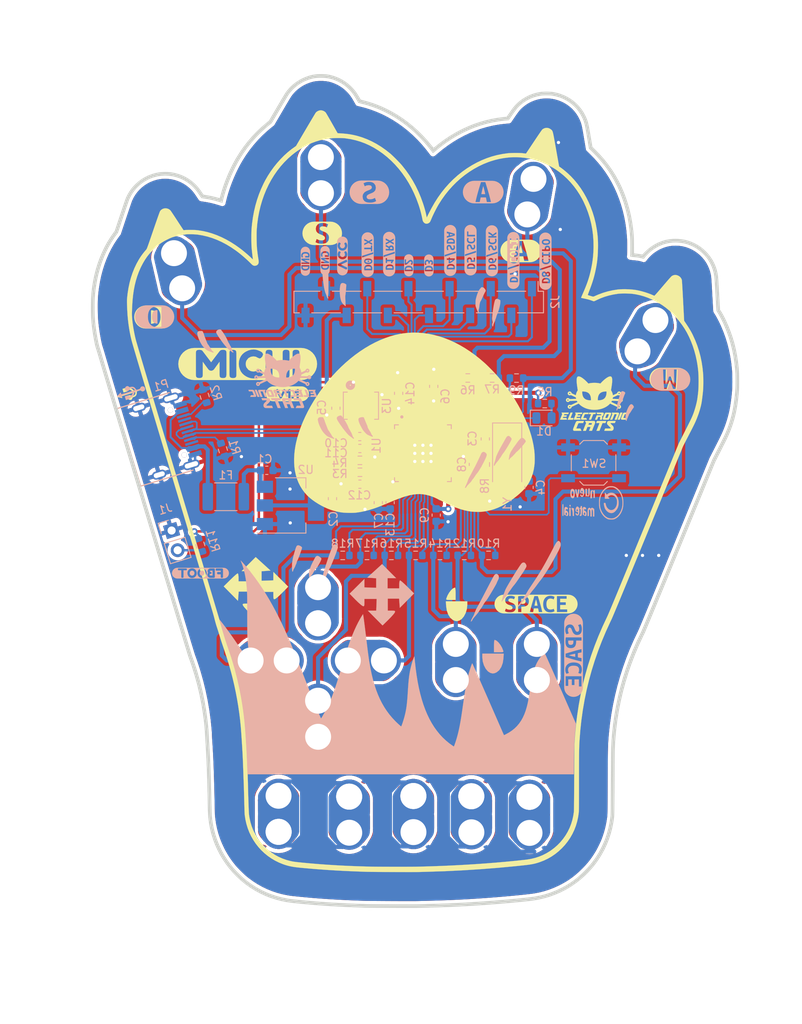
<source format=kicad_pcb>
(kicad_pcb (version 20221018) (generator pcbnew)
  (layers (0 "F.Cu" signal) (31 "B.Cu" signal) (34 "B.Paste" user) (35 "F.Paste" user) (36 "B.SilkS" user "B.Silkscreen") (37 "F.SilkS" user "F.Silkscreen") (38 "B.Mask" user) (39 "F.Mask" user) (44 "Edge.Cuts" user))
  (net 0 "")
  (net 1 "VBUS")
  (net 2 "GND")
  (net 3 "+3V3")
  (net 4 "/XIN")
  (net 5 "Net-(C4-Pad2)")
  (net 6 "+1V1")
  (net 7 "Net-(D1-Pad2)")
  (net 8 "Net-(J1-Pad2)")
  (net 9 "/IO25")
  (net 10 "/IO26")
  (net 11 "/IO27")
  (net 12 "/IO28")
  (net 13 "/IO29")
  (net 14 "Net-(P1-PadA5)")
  (net 15 "/D-")
  (net 16 "/D+")
  (net 17 "Net-(P1-PadB5)")
  (net 18 "/DR-")
  (net 19 "/DR+")
  (net 20 "/IO1")
  (net 21 "/IO0")
  (net 22 "/IO13")
  (net 23 "/IO12")
  (net 24 "/XOUT")
  (net 25 "/IO3")
  (net 26 "/IO2")
  (net 27 "/IO15")
  (net 28 "/IO14")
  (net 29 "/SS")
  (net 30 "/IO5")
  (net 31 "/IO4")
  (net 32 "/IO17")
  (net 33 "/IO16")
  (net 34 "/IO7")
  (net 35 "/IO6")
  (net 36 "/IO19")
  (net 37 "/IO18")
  (net 38 "/IO9")
  (net 39 "/IO8")
  (net 40 "/IO22")
  (net 41 "/IO21")
  (net 42 "/IO11")
  (net 43 "/IO10")
  (net 44 "/IO24")
  (net 45 "/IO23")
  (net 46 "/RST")
  (net 47 "/SWCLK")
  (net 48 "/SWD")
  (net 49 "/SD3")
  (net 50 "/SCLK")
  (net 51 "/SDO")
  (net 52 "/SD2")
  (net 53 "/SD1")
  (net 54 "/IO20")
  (net 55 "Net-(F1-Pad2)")
  (footprint "LOGO" (layer "F.Cu") (at 100.154134 108.933511)
    (fp_text reference "G***" hide)
    (fp_text value "LOGO" hide)
  )
  (footprint "SEWALLI_renew" (layer "F.Cu") (at 132.23 60.62 170)
    (fp_text reference "P6")
    (fp_text value "D")
  )
  (footprint "SEWALLI_renew" (layer "F.Cu") (at 106 125 180)
    (fp_text reference "P6")
    (fp_text value "D")
  )
  (footprint "Aesthetics:electronic_cats_logo_8x6" (layer "F.Cu") (at 140.06 86.28)
    (fp_text reference "G***" hide)
    (fp_text value "LOGO" hide)
  )
  (footprint "kibuzzard-6449595B" (layer "F.Cu") (at 102.17 85.07)
    (fp_text reference "kibuzzard-6449595B" hide)
    (fp_text value "G***" hide)
  )
  (footprint "kibuzzard-63055F28" (layer "F.Cu") (at 115.875 130.55)
    (fp_text reference "kibuzzard-63055F28" hide)
    (fp_text value "G***" hide)
  )
  (footprint "kibuzzard-6305640E" (layer "F.Cu") (at 97.27 81.39)
    (fp_text reference "kibuzzard-6305640E" hide)
    (fp_text value "G***" hide)
  )
  (footprint "SEWALLI_renew" (layer "F.Cu") (at 106 111 180)
    (fp_text reference "P6")
    (fp_text value "D")
  )
  (footprint "LOGO" (layer "F.Cu") (at 98.421542 107.221884)
    (fp_text reference "G***" hide)
    (fp_text value "LOGO" hide)
  )
  (footprint "SEWALLI_renew" (layer "F.Cu") (at 124.834055 137.068814)
    (fp_text reference "P6")
    (fp_text value "D")
  )
  (footprint "SEWALLI_renew" (layer "F.Cu") (at 101.125 136.725 180)
    (fp_text reference "P6")
    (fp_text value "D")
  )
  (footprint "kibuzzard-63055E6D" (layer "F.Cu") (at 149.32 83.25)
    (fp_text reference "kibuzzard-63055E6D" hide)
    (fp_text value "G***" hide)
  )
  (footprint "kibuzzard-63055EA5" (layer "F.Cu") (at 132.86 111)
    (fp_text reference "kibuzzard-63055EA5" hide)
    (fp_text value "G***" hide)
  )
  (footprint "SEWALLI_renew" (layer "F.Cu") (at 112 118 90)
    (fp_text reference "P6")
    (fp_text value "D")
  )
  (footprint "SEWALLI_renew" (layer "F.Cu") (at 100 118 90)
    (fp_text reference "P6")
    (fp_text value "D")
  )
  (footprint "SEWALLI_renew" (layer "F.Cu") (at 123 118 180)
    (fp_text reference "P6")
    (fp_text value "D")
  )
  (footprint "kibuzzard-63055E62" (layer "F.Cu") (at 130.97 67.45)
    (fp_text reference "kibuzzard-63055E62" hide)
    (fp_text value "G***" hide)
  )
  (footprint "SEWALLI_renew" (layer "F.Cu") (at 117.684055 137.043814)
    (fp_text reference "P6")
    (fp_text value "D")
  )
  (footprint "Aesthetics:usb_graphic" (layer "F.Cu") (at 82.9 84.98 107)
    (fp_text reference "svg2mod" hide)
    (fp_text value "G***" hide)
  )
  (footprint "SEWALLI_renew" (layer "F.Cu") (at 88.67 70.04 13)
    (fp_text reference "P6")
    (fp_text value "D")
  )
  (footprint "kibuzzard-63055FE6" (layer "F.Cu") (at 106.47 65.28)
    (fp_text reference "kibuzzard-63055FE6" hide)
    (fp_text value "G***" hide)
  )
  (footprint "kibuzzard-63055E8E" (layer "F.Cu") (at 85.68 75.6)
    (fp_text reference "kibuzzard-63055E8E" hide)
    (fp_text value "G***" hide)
  )
  (footprint "SEWALLI_renew" (layer "F.Cu") (at 146.596186 77.799054 150)
    (fp_text reference "P6")
    (fp_text value "D")
  )
  (footprint "SEWALLI_renew" (layer "F.Cu") (at 106.35 57.96 180)
    (fp_text reference "P6")
    (fp_text value "D")
  )
  (footprint "SEWALLI_renew" (layer "F.Cu") (at 132.009055 137.143814)
    (fp_text reference "P6")
    (fp_text value "D")
  )
  (footprint "SEWALLI_renew" (layer "F.Cu") (at 109.759055 137.118814)
    (fp_text reference "P6")
    (fp_text value "D")
  )
  (footprint "SEWALLI_renew" (layer "F.Cu") (at 133 118 180)
    (fp_text reference "P6")
    (fp_text value "D")
  )
  (footprint "LOGO" (layer "F.Cu") (at 98.120624 110.658116 -90)
    (fp_text reference "G***" hide)
    (fp_text value "LOGO" hide)
  )
  (footprint "LOGO" (layer "F.Cu") (at 123.018801 111)
    (fp_text reference "G***" hide)
    (fp_text value "LOGO" hide)
  )
  (footprint "LOGO" (layer "F.Cu") (at 96.425 108.9 -90)
    (fp_text reference "G***" hide)
    (fp_text value "LOGO" hide)
  )
  (footprint "Diode_SMD:D_0805_2012Metric" (layer "B.Cu") (at 133.84 88.05)
    (fp_text reference "D1")
    (fp_text value "LED")
  )
  (footprint "Capacitor_SMD:C_0603_1608Metric" (layer "B.Cu") (at 108.155 86.845 90)
    (fp_text reference "C5")
    (fp_text value ".1uf")
  )
  (footprint "Capacitor_SMD:C_0603_1608Metric" (layer "B.Cu") (at 114.85 98.49 -90)
    (fp_text reference "C13")
    (fp_text value ".1uf")
  )
  (footprint "kibuzzard-63056260" (layer "B.Cu") (at 122.27 67.39 90)
    (fp_text reference "kibuzzard-63056260" hide)
    (fp_text value "G***" hide)
  )
  (footprint "kibuzzard-6305622D" (layer "B.Cu") (at 127.41 67.43 90)
    (fp_text reference "kibuzzard-6305622D" hide)
    (fp_text value "G***" hide)
  )
  (footprint "Package_TO_SOT_SMD:SOT-223-3_TabPin2" (layer "B.Cu") (at 102.545 98.835)
    (fp_text reference "U2")
    (fp_text value "NCP1117ST33T3G")
  )
  (footprint "LOGO" (layer "B.Cu") (at 139.89 98.52 180)
    (fp_text reference "G***" hide)
    (fp_text value "LOGO" hide)
  )
  (footprint "Capacitor_SMD:C_0603_1608Metric" (layer "B.Cu") (at 107.735 98.005 90)
    (fp_text reference "C2")
    (fp_text value "10uf")
  )
  (footprint "Resistor_SMD:R_0603_1608Metric" (layer "B.Cu") (at 94.21 91.97 -73)
    (fp_text reference "R1")
    (fp_text value "5.1K")
  )
  (footprint "kibuzzard-639765AD" (layer "B.Cu") (at 108.966 68.072 90)
    (fp_text reference "kibuzzard-639765AD" hide)
    (fp_text value "G***" hide)
  )
  (footprint "Capacitor_SMD:C_0603_1608Metric" (layer "B.Cu") (at 126.595 90.635 -90)
    (fp_text reference "C3")
    (fp_text value "27pf")
  )
  (footprint "Resistor_SMD:R_0603_1608Metric" (layer "B.Cu") (at 111.12 93.275 180)
    (fp_text reference "R4")
    (fp_text value "27.4")
  )
  (footprint "Resistor_SMD:R_0603_1608Metric" (layer "B.Cu") (at 109 105)
    (fp_text reference "R18")
    (fp_text value "22M ")
  )
  (footprint "Resistor_SMD:R_0603_1608Metric" (layer "B.Cu") (at 124 105)
    (fp_text reference "R12")
    (fp_text value "22M ")
  )
  (footprint "Resistor_SMD:R_0603_1608Metric" (layer "B.Cu") (at 127 105)
    (fp_text reference "R10")
    (fp_text value "22M ")
  )
  (footprint "kibuzzard-63056299" (layer "B.Cu") (at 117.15 69.22 90)
    (fp_text reference "kibuzzard-63056299" hide)
    (fp_text value "G***" hide)
  )
  (footprint "Library:QFN40P700X700X90-57N" (layer "B.Cu") (at 118.895 92.395 -90)
    (fp_text reference "U1")
    (fp_text value "RP2040")
  )
  (footprint "Capacitor_SMD:C_0603_1608Metric" (layer "B.Cu") (at 111.115 91.815 180)
    (fp_text reference "C11")
    (fp_text value ".1uf")
  )
  (footprint "Button_Switch_SMD:SW_SPST_TL3342" (layer "B.Cu") (at 139.96 93.58)
    (fp_text reference "SW1")
    (fp_text value "SW_Push")
  )
  (footprint "kibuzzard-630562BF" (layer "B.Cu") (at 119.63 69.24 90)
    (fp_text reference "kibuzzard-630562BF" hide)
    (fp_text value "G***" hide)
  )
  (footprint "kibuzzard-6305624B" (layer "B.Cu") (at 124.77 67.35 90)
    (fp_text reference "kibuzzard-6305624B" hide)
    (fp_text value "G***" hide)
  )
  (footprint "kibuzzard-63055E62" (layer "B.Cu") (at 126.34 60.19 180)
    (fp_text reference "kibuzzard-63055E62" hide)
    (fp_text value "G***" hide)
  )
  (footprint "Capacitor_SMD:C_0603_1608Metric" (layer "B.Cu") (at 111.12 96.215 180)
    (fp_text reference "C12")
    (fp_text value ".1uf")
  )
  (footprint "Library:C393939" (layer "B.Cu") (at 89.06 89.7 107)
    (fp_text reference "P1")
    (fp_text value "USB_C_Plug_USB2.0")
  )
  (footprint "kibuzzard-63056270" (layer "B.Cu") (at 114.73 67.84 90)
    (fp_text reference "kibuzzard-63056270" hide)
    (fp_text value "G***" hide)
  )
  (footprint "kibuzzard-630562A3" (layer "B.Cu") (at 104.39 68.72 -90)
    (fp_text reference "kibuzzard-630562A3" hide)
    (fp_text value "G***" hide)
  )
  (footprint "kibuzzard-63055E6D" (layer "B.Cu") (at 149.44 83.3 180)
    (fp_text reference "kibuzzard-63055E6D" hide)
    (fp_text value "G***" hide)
  )
  (footprint "Capacitor_SMD:C_0603_1608Metric" (layer "B.Cu") (at 120.54 100.03 -90)
    (fp_text reference "C9")
    (fp_text value ".1uf")
  )
  (footprint "Fuse:Fuse_1812_4532Metric_Pad1.30x3.40mm_HandSolder" (layer "B.Cu") (at 94.57 97.765 180)
    (fp_text reference "F1")
    (fp_text value "0.5A")
  )
  (footprint "LOGO" (layer "B.Cu") (at 127.5812 117.451757 180)
    (fp_text reference "G***" hide)
    (fp_text value "LOGO" hide)
  )
  (footprint "Capacitor_SMD:C_0603_1608Metric" (layer "B.Cu") (at 120.23 84.15 90)
    (fp_text reference "C6")
    (fp_text value "1uf")
  )
  (footprint "Resistor_SMD:R_0603_1608Metric" (layer "B.Cu") (at 91.42 103.73 107)
    (fp_text reference "R11")
    (fp_text value "1k")
  )
  (footprint "Resistor_SMD:R_0603_1608Metric" (layer "B.Cu") (at 127.44 83.12 180)
    (fp_text reference "R7")
    (fp_text value "22M ")
  )
  (footprint "kibuzzard-63055FE6" (layer "B.Cu") (at 112.29 60.21 180)
    (fp_text reference "kibuzzard-63055FE6" hide)
    (fp_text value "G***" hide)
  )
  (footprint "Capacitor_SMD:C_0603_1608Metric" (layer "B.Cu") (at 99.63 94.505)
    (fp_text reference "C1")
    (fp_text value "10uf")
  )
  (footprint "Resistor_SMD:R_0603_1608Metric" (layer "B.Cu") (at 91.96 85.37 107)
    (fp_text reference "R2")
    (fp_text value "5.1K")
  )
  (footprint "Capacitor_SMD:C_0603_1608Metric" (layer "B.Cu") (at 125.125 93.775 -90)
    (fp_text reference "C8")
    (fp_text value "1uf")
  )
  (footprint "Aesthetics:usb_graphic" (layer "B.Cu") (at 82.849824 84.801627 -73)
    (fp_text reference "svg2mod" hide)
    (fp_text value "G***" hide)
  )
  (footprint "Capacitor_SMD:C_0603_1608Metric" (layer "B.Cu") (at 113.39 98.495 -90)
    (fp_text reference "C7")
    (fp_text value ".1uf")
  )
  (footprint "kibuzzard-63055E8E" (layer "B.Cu") (at 85.79 75.58 180)
    (fp_text reference "kibuzzard-63055E8E" hide)
    (fp_text value "G***" hide)
  )
  (footprint "Capacitor_SMD:C_0603_1608Metric" (layer "B.Cu") (at 115.9 85.01 90)
    (fp_text reference "C14")
    (fp_text value ".1uf")
  )
  (footprint "Library:W25Q16JVUUIQ" (layer "B.Cu") (at 111.245 86.535 -90)
    (fp_text reference "U3")
    (fp_text value "W25Q128JVS")
  )
  (footprint "LOGO" (layer "B.Cu") (at 113.692592 108.088373 180)
    (fp_text reference "G***" hide)
    (fp_text value "LOGO" hide)
  )
  (footprint "Capacitor_SMD:C_0603_1608Metric" (layer "B.Cu") (at 111.105 90.345 180)
    (fp_text reference "C10")
    (fp_text value ".1uf")
  )
  (footprint "Resistor_SMD:R_0603_1608Metric" (layer "B.Cu") (at 111.125 94.745 180)
    (fp_text reference "R3")
    (fp_text value "27.4")
  )
  (footprint "kibuzzard-630562A3" (layer "B.Cu") (at 106.82 68.63 -90)
    (fp_text reference "kibuzzard-630562A3" hide)
    (fp_text value "G***" hide)
  )
  (footprint "PCB_Michi_Act" (layer "B.Cu") (at 117.925 97.05 180)
    (fp_text reference "Ref**" hide)
    (fp_text value "Val**" hide)
    (fp_poly (pts (xy 11.977192 51.404856) (xy 12.161844 51.391685) (xy 12.234333 51.383425) (xy 12.60536 51.324692) (xy 12.948626 51.248226) (xy 13.276289 51.150391) (xy 13.600505 51.027549) (xy 13.933431 50.876065) (xy 13.93825 50.873705) (xy 14.351771 50.648469) (xy 14.741767 50.390358) (xy 15.10563 50.101591) (xy 15.440756 49.784386) (xy 15.744539 49.440962) (xy 15.962633 49.149723) (xy 15.993197 49.102811) (xy 16.043318 49.022339) (xy 16.111203 48.911303) (xy 16.195063 48.772699) (xy 16.293104 48.609524) (xy 16.403535 48.424774) (xy 16.524566 48.221446) (xy 16.654404 48.002535) (xy 16.791259 47.771037) (xy 16.933337 47.52995) (xy 17.061198 47.312356) (xy 18.026645 45.667083) (xy 18.307239 45.440231) (xy 18.939614 44.902328) (xy 19.539521 44.337322) (xy 20.107223 43.744908) (xy 20.642981 43.124778) (xy 21.147058 42.476628) (xy 21.619715 41.800152) (xy 22.061215 41.095044) (xy 22.123337 40.98925) (xy 22.456286 40.387984) (xy 22.774512 39.754615) (xy 23.074364 39.097897) (xy 23.352195 38.426585) (xy 23.604357 37.749435) (xy 23.827201 37.075202) (xy 23.993279 36.501917) (xy 24.025963 36.381473) (xy 24.054998 36.275789) (xy 24.078561 36.191392) (xy 24.09483 36.134811) (xy 24.101981 36.112574) (xy 24.101987 36.112565) (xy 24.123322 36.114968) (xy 24.178417 36.127017) (xy 24.260248 36.14702) (xy 24.361787 36.173285) (xy 24.431157 36.191863) (xy 24.645585 36.248832) (xy 24.842421 36.298294) (xy 25.030677 36.342104) (xy 25.219363 36.382113) (xy 25.417492 36.420175) (xy 25.634073 36.458143) (xy 25.878119 36.497871) (xy 26.047251 36.52421) (xy 26.071786 36.531169) (xy 26.097477 36.547315) (xy 26.12807 36.577175) (xy 26.16731 36.625277) (xy 26.218944 36.696146) (xy 26.286717 36.794308) (xy 26.357449 36.899071) (xy 26.516882 37.129872) (xy 26.665979 37.330803) (xy 26.81188 37.510551) (xy 26.961728 37.677803) (xy 27.122663 37.841247) (xy 27.167518 37.88449) (xy 27.521951 38.194925) (xy 27.896873 38.468815) (xy 28.292852 38.70643) (xy 28.710454 38.908039) (xy 29.150245 39.07391) (xy 29.612792 39.204312) (xy 30.098662 39.299514) (xy 30.173083 39.310702) (xy 30.29308 39.323282) (xy 30.445512 39.331996) (xy 30.620663 39.336924) (xy 30.808821 39.338145) (xy 31.00027 39.335738) (xy 31.185295 39.329783) (xy 31.354182 39.32036) (xy 31.497218 39.307547) (xy 31.5595 39.299368) (xy 32.034489 39.206501) (xy 32.492666 39.075494) (xy 32.932653 38.907016) (xy 33.353075 38.70174) (xy 33.752554 38.460334) (xy 34.129714 38.18347) (xy 34.47696 37.877804) (xy 34.774001 37.571614) (xy 35.035218 37.256461) (xy 35.26712 36.923453) (xy 35.476214 36.563704) (xy 35.561963 36.396083) (xy 35.590453 36.337482) (xy 35.617847 36.279047) (xy 35.645129 36.218022) (xy 35.67328 36.151651) (xy 35.703283 36.07718) (xy 35.736122 35.991853) (xy 35.772777 35.892914) (xy 35.814234 35.777609) (xy 35.861473 35.643182) (xy 35.915477 35.486877) (xy 35.97723 35.30594) (xy 36.047714 35.097614) (xy 36.127911 34.859145) (xy 36.218804 34.587777) (xy 36.321376 34.280755) (xy 36.394363 34.062005) (xy 37.059907 32.066592) (xy 37.244081 31.818338) (xy 37.633858 31.259386) (xy 37.997959 30.668758) (xy 38.335186 30.049317) (xy 38.644341 29.403924) (xy 38.924225 28.735442) (xy 39.173642 28.046734) (xy 39.391394 27.340661) (xy 39.576281 26.620087) (xy 39.727108 25.887874) (xy 39.728067 25.88257) (xy 39.788953 25.532395) (xy 39.840393 25.205633) (xy 39.883139 24.894016) (xy 39.917941 24.589276) (xy 39.945554 24.283144) (xy 39.96673 23.967351) (xy 39.98222 23.633629) (xy 39.992777 23.273709) (xy 39.998847 22.90654) (xy 40.001619 22.521232) (xy 40.000251 22.169937) (xy 39.994289 21.844495) (xy 39.983276 21.536746) (xy 39.966756 21.23853) (xy 39.944273 20.941686) (xy 39.91537 20.638055) (xy 39.879592 20.319478) (xy 39.836482 19.977792) (xy 39.834154 19.960167) (xy 39.801638 19.726363) (xy 39.764923 19.483149) (xy 39.724922 19.23522) (xy 39.682547 18.987271) (xy 39.638712 18.743998) (xy 39.59433 18.510096) (xy 39.550315 18.29026) (xy 39.507579 18.089185) (xy 39.467036 17.911567) (xy 39.429598 17.762102) (xy 39.396179 17.645484) (xy 39.369359 17.570275) (xy 39.355259 17.530838) (xy 39.330696 17.455129) (xy 39.297005 17.347534) (xy 39.255524 17.212436) (xy 39.207588 17.054219) (xy 39.154532 16.877268) (xy 39.097693 16.685967) (xy 39.038406 16.484702) (xy 39.033412 16.467667) (xy 38.944702 16.165583) (xy 38.843964 15.823617) (xy 38.731391 15.442414) (xy 38.607176 15.022623) (xy 38.471513 14.564891) (xy 38.324595 14.069865) (xy 38.166616 13.538193) (xy 37.997768 12.970521) (xy 37.818246 12.367498) (xy 37.628244 11.729771) (xy 37.427954 11.057987) (xy 37.217569 10.352793) (xy 36.997284 9.614838) (xy 36.767292 8.844767) (xy 36.527787 8.043229) (xy 36.278961 7.210871) (xy 36.021008 6.34834) (xy 35.754122 5.456284) (xy 35.478497 4.53535) (xy 35.194324 3.586186) (xy 34.901799 2.609438) (xy 34.601115 1.605755) (xy 34.292464 0.575783) (xy 33.976042 -0.47983) (xy 33.65204 -1.560437) (xy 33.320652 -2.66539) (xy 32.982072 -3.794042) (xy 32.636494 -4.945745) (xy 32.28411 -6.119853) (xy 32.110187 -6.69925) (xy 31.833131 -7.622138) (xy 31.567994 -8.505261) (xy 31.31454 -9.349405) (xy 31.072532 -10.155357) (xy 30.841732 -10.923901) (xy 30.621905 -11.655824) (xy 30.412814 -12.351912) (xy 30.214221 -13.01295) (xy 30.02589 -13.639724) (xy 29.847584 -14.23302) (xy 29.679066 -14.793625) (xy 29.520099 -15.322322) (xy 29.370447 -15.8199) (xy 29.229873 -16.287143) (xy 29.098139 -16.724837) (xy 28.97501 -17.133768) (xy 28.860248 -17.514722) (xy 28.753617 -17.868484) (xy 28.654879 -18.195841) (xy 28.563799 -18.497578) (xy 28.480138 -18.774482) (xy 28.403661 -19.027338) (xy 28.33413 -19.256931) (xy 28.271308 -19.464048) (xy 28.21496 -19.649474) (xy 28.164847 -19.813996) (xy 28.120734 -19.958399) (xy 28.082384 -20.083469) (xy 28.049558 -20.189992) (xy 28.022022 -20.278753) (xy 27.999538 -20.350539) (xy 27.981869 -20.406135) (xy 27.968778 -20.446327) (xy 27.960029 -20.471901) (xy 27.958718 -20.475495) (xy 27.560736 -21.608359) (xy 27.20322 -22.751645) (xy 26.886477 -23.904095) (xy 26.610813 -25.06445) (xy 26.376535 -26.23145) (xy 26.183951 -27.403836) (xy 26.07812 -28.194) (xy 26.052693 -28.406168) (xy 26.030271 -28.6017) (xy 26.010359 -28.786624) (xy 25.992462 -28.966967) (xy 25.976085 -29.148759) (xy 25.960735 -29.338025) (xy 25.945915 -29.540795) (xy 25.931132 -29.763097) (xy 25.91589 -30.010958) (xy 25.899694 -30.290406) (xy 25.886152 -30.532917) (xy 25.87899 -30.660665) (xy 25.86983 -30.820824) (xy 25.859247 -31.003549) (xy 25.847814 -31.198996) (xy 25.836105 -31.39732) (xy 25.824692 -31.588678) (xy 25.823267 -31.612417) (xy 25.77807 -32.418104) (xy 25.736823 -33.26466) (xy 25.699573 -34.150802) (xy 25.666366 -35.075246) (xy 25.637247 -36.036709) (xy 25.612262 -37.033907) (xy 25.591459 -38.065556) (xy 25.591222 -38.078833) (xy 25.586982 -38.310879) (xy 25.582569 -38.540501) (xy 25.578101 -38.762289) (xy 25.573696 -38.970831) (xy 25.569474 -39.160718) (xy 25.565552 -39.326537) (xy 25.562048 -39.462878) (xy 25.559081 -39.564329) (xy 25.558132 -39.59225) (xy 25.512142 -40.288002) (xy 25.425176 -40.975942) (xy 25.298135 -41.654459) (xy 25.131921 -42.321938) (xy 24.927433 -42.976767) (xy 24.685575 -43.617334) (xy 24.407246 -44.242024) (xy 24.093347 -44.849227) (xy 23.744781 -45.437327) (xy 23.362447 -46.004714) (xy 22.947248 -46.549773) (xy 22.500083 -47.070892) (xy 22.021855 -47.566458) (xy 21.513465 -48.034858) (xy 20.975812 -48.47448) (xy 20.4098 -48.883709) (xy 20.341166 -48.929929) (xy 19.759119 -49.293573) (xy 19.155098 -49.621666) (xy 18.531331 -49.913389) (xy 17.890045 -50.167924) (xy 17.233467 -50.384454) (xy 16.563824 -50.562161) (xy 15.883343 -50.700226) (xy 15.282333 -50.787688) (xy 15.059152 -50.813192) (xy 14.799446 -50.84103) (xy 14.50893 -50.870681) (xy 14.193315 -50.901627) (xy 13.858314 -50.933351) (xy 13.509641 -50.965333) (xy 13.153008 -50.997055) (xy 12.794128 -51.027998) (xy 12.438715 -51.057645) (xy 12.092481 -51.085475) (xy 11.761138 -51.110972) (xy 11.546416 -51.126771) (xy 11.120672 -51.156793) (xy 10.705421 -51.184684) (xy 10.295727 -51.210695) (xy 9.886653 -51.235073) (xy 9.473262 -51.258068) (xy 9.050618 -51.279929) (xy 8.613783 -51.300904) (xy 8.15782 -51.321242) (xy 7.677793 -51.341193) (xy 7.168764 -51.361004) (xy 6.625797 -51.380924) (xy 6.223 -51.395063) (xy 6.135083 -51.397392) (xy 6.008064 -51.399722) (xy 5.845169 -51.402041) (xy 5.64963 -51.404336) (xy 5.424675 -51.406593) (xy 5.173534 -51.4088) (xy 4.899437 -51.410943) (xy 4.605613 -51.413009) (xy 4.295291 -51.414984) (xy 3.971701 -51.416857) (xy 3.638072 -51.418613) (xy 3.297634 -51.42024) (xy 2.953617 -51.421724) (xy 2.609249 -51.423053) (xy 2.26776 -51.424212) (xy 1.93238 -51.42519) (xy 1.606338 -51.425972) (xy 1.292863 -51.426546) (xy 0.995186 -51.426899) (xy 0.716535 -51.427017) (xy 0.460141 -51.426888) (xy 0.229231 -51.426497) (xy 0.027037 -51.425833) (xy -0.143213 -51.424881) (xy -0.278289 -51.42363) (xy -0.374962 -51.422065) (xy -0.381 -51.421924) (xy -1.027825 -51.405976) (xy -1.636454 -51.390045) (xy -2.211028 -51.373952) (xy -2.755685 -51.357521) (xy -3.274562 -51.340574) (xy -3.771798 -51.322934) (xy -4.251533 -51.304422) (xy -4.717903 -51.284862) (xy -5.175048 -51.264075) (xy -5.627107 -51.241885) (xy -6.078217 -51.218113) (xy -6.532517 -51.192583) (xy -6.994146 -51.165116) (xy -7.467241 -51.135535) (xy -7.955942 -51.103663) (xy -8.233834 -51.085027) (xy -8.632808 -51.057314) (xy -9.045793 -51.027269) (xy -9.469342 -50.995208) (xy -9.900008 -50.961442) (xy -10.334346 -50.926287) (xy -10.768907 -50.890057) (xy -11.200246 -50.853064) (xy -11.624916 -50.815623) (xy -12.039469 -50.778047) (xy -12.44046 -50.740651) (xy -12.824442 -50.703748) (xy -13.187967 -50.667652) (xy -13.52759 -50.632677) (xy -13.839863 -50.599136) (xy -14.12134 -50.567344) (xy -14.368574 -50.537615) (xy -14.578118 -50.510261) (xy -14.63675 -50.502047) (xy -15.325646 -50.382416) (xy -16.004446 -50.222194) (xy -16.671221 -50.022112) (xy -17.32404 -49.782898) (xy -17.960974 -49.50528) (xy -18.580093 -49.189988) (xy -19.179466 -48.83775) (xy -19.372299 -48.713724) (xy -19.925567 -48.325995) (xy -20.458586 -47.904283) (xy -20.967481 -47.452198) (xy -21.448378 -46.973348) (xy -21.897402 -46.471344) (xy -22.243086 -46.039712) (xy -22.653689 -45.464847) (xy -23.027053 -44.870091) (xy -23.362732 -44.256485) (xy -23.660282 -43.625071) (xy -23.91926 -42.976892) (xy -24.13922 -42.312988) (xy -24.319718 -41.634402) (xy -24.46031 -40.942176) (xy -24.487519 -40.777583) (xy -24.500977 -40.692917) (xy -24.513324 -40.614975) (xy -24.524613 -40.541713) (xy -24.534901 -40.471088) (xy -24.544241 -40.401058) (xy -24.55269 -40.329579) (xy -24.560302 -40.25461) (xy -24.567132 -40.174106) (xy -24.573235 -40.086025) (xy -24.578667 -39.988323) (xy -24.583482 -39.878959) (xy -24.587735 -39.755889) (xy -24.591482 -39.61707) (xy -24.594778 -39.460459) (xy -24.597677 -39.284014) (xy -24.600235 -39.085691) (xy -24.602506 -38.863448) (xy -24.604547 -38.615241) (xy -24.606411 -38.339027) (xy -24.608154 -38.032765) (xy -24.609831 -37.69441) (xy -24.611497 -37.32192) (xy -24.613207 -36.913252) (xy -24.615016 -36.466362) (xy -24.616979 -35.979209) (xy -24.617006 -35.97275) (xy -24.619079 -35.470604) (xy -24.621088 -35.008531) (xy -24.623073 -34.584271) (xy -24.625075 -34.195564) (xy -24.627133 -33.84015) (xy -24.62929 -33.515768) (xy -24.631586 -33.22016) (xy -24.634061 -32.951064) (xy -24.636756 -32.706221) (xy -24.639712 -32.48337) (xy -24.64297 -32.280252) (xy -24.646571 -32.094606) (xy -24.650554 -31.924172) (xy -24.654961 -31.76669) (xy -24.659833 -31.619901) (xy -24.665211 -31.481543) (xy -24.671134 -31.349358) (xy -24.677645 -31.221084) (xy -24.684782 -31.094462) (xy -24.692589 -30.967232) (xy -24.701104 -30.837134) (xy -24.710368 -30.701907) (xy -24.712564 -30.6705) (xy -24.817026 -29.482449) (xy -24.963456 -28.298014) (xy -25.151565 -27.118237) (xy -25.381067 -25.944158) (xy -25.651674 -24.77682) (xy -25.963098 -23.617263) (xy -26.315052 -22.466529) (xy -26.707248 -21.325659) (xy -27.139399 -20.195694) (xy -27.611217 -19.077677) (xy -28.122415 -17.972647) (xy -28.34211 -17.526) (xy -28.358898 -17.488999) (xy -28.391299 -17.414023) (xy -28.438826 -17.302247) (xy -28.500993 -17.154849) (xy -28.577311 -16.973003) (xy -28.667294 -16.757887) (xy -28.770455 -16.510677) (xy -28.886306 -16.232549) (xy -29.01436 -15.92468) (xy -29.15413 -15.588246) (xy -29.305129 -15.224423) (xy -29.46687 -14.834387) (xy -29.638866 -14.419316) (xy -29.820629 -13.980384) (xy -30.011673 -13.518769) (xy -30.211509 -13.035647) (xy -30.419652 -12.532195) (xy -30.635613 -12.009587) (xy -30.858906 -11.469002) (xy -31.089044 -10.911615) (xy -31.325539 -10.338602) (xy -31.567904 -9.75114) (xy -31.815652 -9.150405) (xy -32.068296 -8.537574) (xy -32.325348 -7.913823) (xy -32.586323 -7.280328) (xy -32.786401 -6.7945) (xy -37.087681 3.65125) (xy -37.618891 4.699) (xy -37.726151 4.910699) (xy -37.834132 5.124078) (xy -37.940096 5.333714) (xy -38.041309 5.534183) (xy -38.135034 5.720063) (xy -38.218535 5.885931) (xy -38.289076 6.026363) (xy -38.343923 6.135935) (xy -38.355672 6.1595) (xy -38.616018 6.705172) (xy -38.850435 7.246157) (xy -39.060185 7.787217) (xy -39.24653 8.333114) (xy -39.410735 8.888608) (xy -39.55406 9.45846) (xy -39.67777 10.047432) (xy -39.783126 10.660284) (xy -39.871392 11.301778) (xy -39.943829 11.976676) (xy -39.966748 12.234333) (xy -39.975379 12.366063) (xy -39.982441 12.533674) (xy -39.987956 12.731008) (xy -39.991947 12.951905) (xy -39.994437 13.190207) (xy -39.995448 13.439756) (xy -39.995061 13.662442) (xy -39.559311 13.662442) (xy -39.558992 13.43119) (xy -39.55722 13.204703) (xy -39.553996 12.990827) (xy -39.549323 12.797406) (xy -39.543199 12.632288) (xy -39.538937 12.551833) (xy -39.50979 12.15959) (xy -39.469134 11.739314) (xy -39.418475 11.303258) (xy -39.359319 10.863671) (xy -39.293174 10.432805) (xy -39.240877 10.12825) (xy -39.169948 9.773959) (xy -39.081276 9.395209) (xy -38.97825 9.004219) (xy -38.864261 8.613212) (xy -38.742698 8.23441) (xy -38.618646 7.884564) (xy -38.56121 7.732419) (xy -38.505676 7.58859) (xy -38.450493 7.449766) (xy -38.394112 7.312635) (xy -38.334981 7.173883) (xy -38.27155 7.030198) (xy -38.202268 6.878267) (xy -38.125586 6.714779) (xy -38.039951 6.536421) (xy -37.943815 6.33988) (xy -37.835626 6.121845) (xy -37.713833 5.879001) (xy -37.576887 5.608038) (xy -37.423236 5.305642) (xy -37.279365 5.023423) (xy -36.704973 3.89793) (xy -32.383745 -6.596465) (xy -32.048743 -7.409964) (xy -31.729478 -8.185089) (xy -31.425619 -8.922635) (xy -31.136837 -9.623395) (xy -30.862803 -10.288163) (xy -30.603187 -10.917732) (xy -30.357661 -11.512897) (xy -30.125894 -12.074449) (xy -29.907558 -12.603183) (xy -29.702322 -13.099893) (xy -29.509857 -13.565372) (xy -29.329835 -14.000414) (xy -29.161925 -14.405812) (xy -29.005798 -14.782359) (xy -28.861125 -15.13085) (xy -28.727577 -15.452077) (xy -28.604823 -15.746835) (xy -28.492535 -16.015916) (xy -28.390383 -16.260115) (xy -28.298038 -16.480226) (xy -28.21517 -16.67704) (xy -28.14145 -16.851353) (xy -28.076549 -17.003957) (xy -28.020136 -17.135647) (xy -27.971883 -17.247215) (xy -27.931461 -17.339456) (xy -27.898539 -17.413162) (xy -27.872789 -17.469128) (xy -27.855855 -17.504222) (xy -27.348085 -18.566394) (xy -26.875476 -19.650602) (xy -26.438737 -20.754347) (xy -26.038574 -21.875131) (xy -25.675697 -23.010455) (xy -25.350814 -24.15782) (xy -25.064632 -25.314728) (xy -24.81786 -26.478679) (xy -24.611206 -27.647176) (xy -24.445378 -28.817719) (xy -24.322485 -29.972) (xy -24.307286 -30.144414) (xy -24.293284 -30.307091) (xy -24.280422 -30.462312) (xy -24.268644 -30.612362) (xy -24.257892 -30.759521) (xy -24.24811 -30.906072) (xy -24.239239 -31.054298) (xy -24.231222 -31.206482) (xy -24.224004 -31.364904) (xy -24.217525 -31.531849) (xy -24.21173 -31.709598) (xy -24.20656 -31.900433) (xy -24.201959 -32.106638) (xy -24.19787 -32.330494) (xy -24.194235 -32.574283) (xy -24.190997 -32.840289) (xy -24.188099 -33.130794) (xy -24.185484 -33.44808) (xy -24.183094 -33.794429) (xy -24.180873 -34.172124) (xy -24.178763 -34.583448) (xy -24.176708 -35.030682) (xy -24.174649 -35.516109) (xy -24.172931 -35.941) (xy -24.171007 -36.4215) (xy -24.169213 -36.861625) (xy -24.167522 -37.263332) (xy -24.165905 -37.628578) (xy -24.164334 -37.959322) (xy -24.162782 -38.25752) (xy -24.161221 -38.52513) (xy -24.159624 -38.76411) (xy -24.157962 -38.976417) (xy -24.156209 -39.164009) (xy -24.154335 -39.328843) (xy -24.152314 -39.472877) (xy -24.150117 -39.598068) (xy -24.147717 -39.706374) (xy -24.145087 -39.799752) (xy -24.142197 -39.88016) (xy -24.139022 -39.949556) (xy -24.135532 -40.009896) (xy -24.131701 -40.063139) (xy -24.1275 -40.111242) (xy -24.122902 -40.156162) (xy -24.117878 -40.199857) (xy -24.112402 -40.244285) (xy -24.111882 -40.248417) (xy -24.008824 -40.924461) (xy -23.872374 -41.577887) (xy -23.701296 -42.213608) (xy -23.494358 -42.836536) (xy -23.396531 -43.095333) (xy -23.324661 -43.269877) (xy -23.236523 -43.469558) (xy -23.136602 -43.685242) (xy -23.029386 -43.907794) (xy -22.919359 -44.128081) (xy -22.811009 -44.336968) (xy -22.708822 -44.525322) (xy -22.617285 -44.684008) (xy -22.611605 -44.693417) (xy -22.36764 -45.083183) (xy -22.126135 -45.441017) (xy -21.879828 -45.776189) (xy -21.621455 -46.097967) (xy -21.343754 -46.415622) (xy -21.039462 -46.738422) (xy -20.893542 -46.886208) (xy -20.483448 -47.280224) (xy -20.075808 -47.638282) (xy -19.663362 -47.965632) (xy -19.238848 -48.267519) (xy -18.795005 -48.549191) (xy -18.324573 -48.815894) (xy -17.967679 -49.000421) (xy -17.342899 -49.288992) (xy -16.708511 -49.53644) (xy -16.063494 -49.743093) (xy -15.406828 -49.909282) (xy -14.789533 -50.027045) (xy -14.620357 -50.052444) (xy -14.41207 -50.080385) (xy -14.1678 -50.110573) (xy -13.890673 -50.142716) (xy -13.583816 -50.176519) (xy -13.250358 -50.21169) (xy -12.893426 -50.247935) (xy -12.516146 -50.28496) (xy -12.121647 -50.322471) (xy -11.713054 -50.360176) (xy -11.293497 -50.39778) (xy -10.866101 -50.43499) (xy -10.433995 -50.471513) (xy -10.000305 -50.507054) (xy -9.568159 -50.541321) (xy -9.140684 -50.57402) (xy -8.721008 -50.604858) (xy -8.371417 -50.629478) (xy -7.845477 -50.66506) (xy -7.33624 -50.698085) (xy -6.839479 -50.728738) (xy -6.350966 -50.7572) (xy -5.866472 -50.783657) (xy -5.381768 -50.80829) (xy -4.892626 -50.831282) (xy -4.394819 -50.852818) (xy -3.884116 -50.873081) (xy -3.356291 -50.892253) (xy -2.807115 -50.910517) (xy -2.232359 -50.928058) (xy -1.627794 -50.945058) (xy -0.989194 -50.961701) (xy -0.338667 -50.977547) (xy -0.2436 -50.979144) (xy -0.109823 -50.980418) (xy 0.059393 -50.981381) (xy 0.260781 -50.982049) (xy 0.491072 -50.982434) (xy 0.746997 -50.982551) (xy 1.025289 -50.982413) (xy 1.322678 -50.982033) (xy 1.635896 -50.981426) (xy 1.961675 -50.980606) (xy 2.296746 -50.979585) (xy 2.637841 -50.978378) (xy 2.981691 -50.976998) (xy 3.325028 -50.97546) (xy 3.664583 -50.973776) (xy 3.997087 -50.971961) (xy 4.319273 -50.970028) (xy 4.627871 -50.967992) (xy 4.919614 -50.965865) (xy 5.191233 -50.963661) (xy 5.439459 -50.961395) (xy 5.661023 -50.95908) (xy 5.852658 -50.956729) (xy 6.011095 -50.954357) (xy 6.133065 -50.951976) (xy 6.201833 -50.950088) (xy 7.030551 -50.920502) (xy 7.821387 -50.889049) (xy 8.578763 -50.85545) (xy 9.307102 -50.819423) (xy 10.010825 -50.780691) (xy 10.694353 -50.738971) (xy 11.36211 -50.693986) (xy 12.018516 -50.645455) (xy 12.667994 -50.593098) (xy 13.314965 -50.536635) (xy 13.963852 -50.475787) (xy 14.435666 -50.429008) (xy 14.665459 -50.405634) (xy 14.858784 -50.385689) (xy 15.021304 -50.368472) (xy 15.158681 -50.353282) (xy 15.276579 -50.339417) (xy 15.380661 -50.326178) (xy 15.47659 -50.312862) (xy 15.570029 -50.298769) (xy 15.666641 -50.283198) (xy 15.77209 -50.265447) (xy 15.8115 -50.258699) (xy 16.483118 -50.122059) (xy 17.14205 -49.945221) (xy 17.787153 -49.728714) (xy 18.41728 -49.473069) (xy 19.031288 -49.178818) (xy 19.628033 -48.846489) (xy 20.20637 -48.476615) (xy 20.765155 -48.069726) (xy 21.082978 -47.814367) (xy 21.204148 -47.70944) (xy 21.346648 -47.57936) (xy 21.504194 -47.430408) (xy 21.670503 -47.268866) (xy 21.839291 -47.101014) (xy 22.004275 -46.933134) (xy 22.159172 -46.771506) (xy 22.297697 -46.622413) (xy 22.413568 -46.492134) (xy 22.457042 -46.440841) (xy 22.830755 -45.96973) (xy 23.169122 -45.497483) (xy 23.47832 -45.014714) (xy 23.764526 -44.512038) (xy 23.908213 -44.235909) (xy 24.192892 -43.627659) (xy 24.441161 -43.004156) (xy 24.651881 -42.369214) (xy 24.823915 -41.726646) (xy 24.956126 -41.080268) (xy 25.047375 -40.433892) (xy 25.050256 -40.407167) (xy 25.062702 -40.291065) (xy 25.074335 -40.184063) (xy 25.084061 -40.096112) (xy 25.090787 -40.037165) (xy 25.092113 -40.026167) (xy 25.094077 -39.993091) (xy 25.096805 -39.921263) (xy 25.100202 -39.814255) (xy 25.104175 -39.67564) (xy 25.10863 -39.50899) (xy 25.113475 -39.317878) (xy 25.118616 -39.105875) (xy 25.123959 -38.876555) (xy 25.12941 -38.63349) (xy 25.133635 -38.438667) (xy 25.150228 -37.690584) (xy 25.167222 -36.982227) (xy 25.18472 -36.310988) (xy 25.202823 -35.67426) (xy 25.221631 -35.069436) (xy 25.241245 -34.493909) (xy 25.261766 -33.945071) (xy 25.283296 -33.420316) (xy 25.305935 -32.917036) (xy 25.329784 -32.432625) (xy 25.354945 -31.964474) (xy 25.381518 -31.509978) (xy 25.409604 -31.066529) (xy 25.431978 -30.735936) (xy 25.441694 -30.586966) (xy 25.45021 -30.438641) (xy 25.457031 -30.30104) (xy 25.461664 -30.184243) (xy 25.463613 -30.09833) (xy 25.463644 -30.090353) (xy 25.465546 -30.011974) (xy 25.470788 -29.900661) (xy 25.478804 -29.765631) (xy 25.489029 -29.616104) (xy 25.500899 -29.461297) (xy 25.505935 -29.4005) (xy 25.626666 -28.220432) (xy 25.788468 -27.04248) (xy 25.990701 -25.870006) (xy 26.232727 -24.706369) (xy 26.513907 -23.554932) (xy 26.831489 -22.426083) (xy 26.900728 -22.199739) (xy 26.978052 -21.95427) (xy 27.060856 -21.697471) (xy 27.146531 -21.437137) (xy 27.232471 -21.181062) (xy 27.316068 -20.93704) (xy 27.394715 -20.712867) (xy 27.465804 -20.516336) (xy 27.507656 -20.404667) (xy 27.516477 -20.380229) (xy 27.528899 -20.34359) (xy 27.545144 -20.294018) (xy 27.565432 -20.230782) (xy 27.589982 -20.15315) (xy 27.619015 -20.060392) (xy 27.652752 -19.951776) (xy 27.691412 -19.826572) (xy 27.735216 -19.684047) (xy 27.784385 -19.523472) (xy 27.839139 -19.344115) (xy 27.899697 -19.145244) (xy 27.966281 -18.926129) (xy 28.03911 -18.686038) (xy 28.118406 -18.424241) (xy 28.204388 -18.140006) (xy 28.297276 -17.832602) (xy 28.397291 -17.501299) (xy 28.504654 -17.145364) (xy 28.619584 -16.764066) (xy 28.742302 -16.356675) (xy 28.873029 -15.92246) (xy 29.011984 -15.460689) (xy 29.159387 -14.970631) (xy 29.31546 -14.451556) (xy 29.480423 -13.902731) (xy 29.654495 -13.323426) (xy 29.837897 -12.71291) (xy 30.03085 -12.070451) (xy 30.233574 -11.395318) (xy 30.446289 -10.686781) (xy 30.669215 -9.944108) (xy 30.902573 -9.166568) (xy 31.146583 -8.35343) (xy 31.401465 -7.503963) (xy 31.66744 -6.617435) (xy 31.944728 -5.693116) (xy 32.23355 -4.730274) (xy 32.534125 -3.728178) (xy 32.776222 -2.921) (xy 33.140012 -1.707923) (xy 33.493134 -0.530156) (xy 33.835524 0.612095) (xy 34.167123 1.718624) (xy 34.487867 2.789225) (xy 34.797696 3.82369) (xy 35.096548 4.821815) (xy 35.384361 5.783392) (xy 35.661074 6.708216) (xy 35.926625 7.596079) (xy 36.180953 8.446776) (xy 36.423996 9.260101) (xy 36.655692 10.035846) (xy 36.875979 10.773806) (xy 37.084797 11.473775) (xy 37.282084 12.135545) (xy 37.467777 12.758912) (xy 37.641816 13.343667) (xy 37.804138 13.889606) (xy 37.954683 14.396522) (xy 38.093388 14.864208) (xy 38.220192 15.292459) (xy 38.335034 15.681067) (xy 38.437851 16.029827) (xy 38.528582 16.338532) (xy 38.607166 16.606976) (xy 38.628278 16.679333) (xy 38.684241 16.870202) (xy 38.738492 17.053149) (xy 38.789494 17.223136) (xy 38.835711 17.375128) (xy 38.875603 17.504086) (xy 38.907635 17.604975) (xy 38.930267 17.672758) (xy 38.937625 17.692777) (xy 38.968482 17.784346) (xy 39.004043 17.912862) (xy 39.043342 18.073321) (xy 39.085411 18.260718) (xy 39.129282 18.47005) (xy 39.17399 18.696311) (xy 39.218565 18.934497) (xy 39.262043 19.179604) (xy 39.303455 19.426627) (xy 39.341834 19.670562) (xy 39.376213 19.906405) (xy 39.400349 20.087167) (xy 39.435035 20.365861) (xy 39.463941 20.614163) (xy 39.487645 20.840628) (xy 39.506728 21.05381) (xy 39.521768 21.262264) (xy 39.533343 21.474544) (xy 39.542033 21.699206) (xy 39.548418 21.944802) (xy 39.553075 22.21989) (xy 39.554937 22.371255) (xy 39.557598 22.729354) (xy 39.556869 23.052572) (xy 39.552317 23.348259) (xy 39.54351 23.623763) (xy 39.530015 23.886433) (xy 39.511398 24.143619) (xy 39.487226 24.402671) (xy 39.457067 24.670936) (xy 39.420487 24.955764) (xy 39.389569 25.17775) (xy 39.263899 25.930132) (xy 39.104644 26.667088) (xy 38.912599 27.386609) (xy 38.688561 28.086685) (xy 38.433325 28.765304) (xy 38.147687 29.420458) (xy 37.832444 30.050136) (xy 37.488391 30.652327) (xy 37.116323 31.225022) (xy 36.848666 31.59533) (xy 36.676044 31.824083) (xy 36.014364 33.803167) (xy 35.919624 34.08601) (xy 35.827368 34.360422) (xy 35.73864 34.623355) (xy 35.654484 34.871763) (xy 35.575941 35.102596) (xy 35.504057 35.31281) (xy 35.439873 35.499355) (xy 35.384434 35.659184) (xy 35.338782 35.789251) (xy 35.303961 35.886508) (xy 35.281015 35.947907) (xy 35.275213 35.962167) (xy 35.079023 36.365183) (xy 34.848337 36.745369) (xy 34.585403 37.100917) (xy 34.292471 37.430017) (xy 33.971789 37.730863) (xy 33.625605 38.001645) (xy 33.256168 38.240555) (xy 32.865727 38.445786) (xy 32.45653 38.61553) (xy 32.030826 38.747977) (xy 31.724344 38.817506) (xy 31.290053 38.880034) (xy 30.853386 38.901563) (xy 30.417444 38.883068) (xy 29.985327 38.825529) (xy 29.560137 38.729922) (xy 29.144974 38.597225) (xy 28.742941 38.428416) (xy 28.357138 38.224471) (xy 27.990667 37.986368) (xy 27.646628 37.715085) (xy 27.356146 37.440704) (xy 27.251126 37.330013) (xy 27.155156 37.222607) (xy 27.062969 37.111706) (xy 26.969295 36.990533) (xy 26.868866 36.852307) (xy 26.756413 36.690252) (xy 26.648324 36.530029) (xy 26.572121 36.41625) (xy 26.503539 36.31425) (xy 26.446159 36.229324) (xy 26.403561 36.166764) (xy 26.379328 36.131864) (xy 26.375449 36.126684) (xy 26.350304 36.118164) (xy 26.291805 36.10632) (xy 26.208645 36.092712) (xy 26.10952 36.078901) (xy 26.1085 36.07877) (xy 25.621222 36.003619) (xy 25.120463 35.902557) (xy 24.622932 35.779348) (xy 24.145336 35.637759) (xy 24.130778 35.633035) (xy 24.01719 35.59636) (xy 23.918753 35.565126) (xy 23.842009 35.541364) (xy 23.793497 35.527105) (xy 23.779355 35.523943) (xy 23.773756 35.545032) (xy 23.760978 35.598554) (xy 23.743112 35.675636) (xy 23.728459 35.739917) (xy 23.584473 36.316768) (xy 23.410446 36.912527) (xy 23.209416 37.519681) (xy 22.984419 38.13072) (xy 22.738493 38.738132) (xy 22.474675 39.334406) (xy 22.196004 39.912031) (xy 21.905516 40.463496) (xy 21.614257 40.968083) (xy 21.170574 41.661435) (xy 20.69685 42.325902) (xy 20.193724 42.960752) (xy 19.661838 43.56525) (xy 19.101832 44.138666) (xy 18.514346 44.680264) (xy 17.982124 45.12441) (xy 17.686832 45.359517) (xy 16.71453 47.016134) (xy 16.534898 47.322106) (xy 16.375128 47.593966) (xy 16.23371 47.834145) (xy 16.109132 48.045072) (xy 15.999886 48.229178) (xy 15.904459 48.388893) (xy 15.821343 48.526648) (xy 15.749025 48.644872) (xy 15.685996 48.745997) (xy 15.630745 48.832451) (xy 15.581761 48.906665) (xy 15.537535 48.97107) (xy 15.496555 49.028095) (xy 15.457311 49.080172) (xy 15.418292 49.129729) (xy 15.377988 49.179198) (xy 15.346479 49.21714) (xy 15.045686 49.544807) (xy 14.71491 49.844244) (xy 14.35755 50.113256) (xy 13.977003 50.349648) (xy 13.576669 50.551227) (xy 13.159946 50.715796) (xy 12.901083 50.796529) (xy 12.693838 50.851326) (xy 12.504332 50.893033) (xy 12.319983 50.923453) (xy 12.128212 50.944391) (xy 11.916438 50.957651) (xy 11.735445 50.963677) (xy 11.326148 50.96024) (xy 10.941752 50.92841) (xy 10.574273 50.866454) (xy 10.215724 50.772637) (xy 9.858122 50.645223) (xy 9.493481 50.482479) (xy 9.472083 50.471986) (xy 9.11358 50.278508) (xy 8.784676 50.064441) (xy 8.475939 49.822936) (xy 8.17794 49.547147) (xy 8.126098 49.494753) (xy 7.97802 49.338458) (xy 7.843816 49.185579) (xy 7.718514 49.02924) (xy 7.597143 48.862564) (xy 7.474732 48.678675) (xy 7.346308 48.470696) (xy 7.206901 48.231751) (xy 7.184322 48.192085) (xy 6.995583 47.859586) (xy 6.752166 47.803936) (xy 6.014218 47.6136) (xy 5.287611 47.382935) (xy 4.573465 47.112694) (xy 3.872897 46.803629) (xy 3.187026 46.456492) (xy 2.516971 46.072036) (xy 1.863849 45.651011) (xy 1.22878 45.194171) (xy 0.612881 44.702267) (xy 0.017272 44.176052) (xy -0.55693 43.616277) (xy -1.108606 43.023695) (xy -1.636638 42.399058) (xy -2.02043 41.904708) (xy -2.086603 41.817095) (xy -2.143746 41.743005) (xy -2.187169 41.688399) (xy -2.212182 41.659236) (xy -2.216153 41.656) (xy -2.234501 41.669135) (xy -2.279576 41.705619) (xy -2.346119 41.761072) (xy -2.42887 41.831115) (xy -2.515189 41.905015) (xy -3.157256 42.431986) (xy -3.814915 42.921644) (xy -4.487193 43.373567) (xy -5.173113 43.787335) (xy -5.8717 44.162526) (xy -6.581977 44.49872) (xy -7.30297 44.795494) (xy -8.033703 45.052429) (xy -8.7732 45.269103) (xy -9.520486 45.445095) (xy -10.274584 45.579985) (xy -11.03452 45.67335) (xy -11.299083 45.695942) (xy -11.399149 45.704055) (xy -11.482513 45.711819) (xy -11.540864 45.718388) (xy -11.565888 45.722916) (xy -11.56618 45.723138) (xy -11.57925 45.741806) (xy -11.61326 45.7912) (xy -11.665298 45.867071) (xy -11.732456 45.965171) (xy -11.811824 46.081249) (xy -11.90049 46.211057) (xy -11.948175 46.280917) (xy -12.102632 46.505774) (xy -12.23809 46.699226) (xy -12.358167 46.865655) (xy -12.466477 47.009445) (xy -12.566637 47.134977) (xy -12.662262 47.246633) (xy -12.756968 47.348796) (xy -12.854372 47.445849) (xy -12.958089 47.542173) (xy -13.070417 47.641014) (xy -13.423946 47.918227) (xy -13.799413 48.159361) (xy -14.196052 48.36407) (xy -14.613096 48.532004) (xy -15.049779 48.662816) (xy -15.505335 48.756159) (xy -15.536334 48.761037) (xy -15.691163 48.779192) (xy -15.876696 48.791727) (xy -16.081679 48.798637) (xy -16.294855 48.799917) (xy -16.504972 48.795565) (xy -16.700773 48.785577) (xy -16.871004 48.769948) (xy -16.933334 48.761523) (xy -17.379168 48.673177) (xy -17.810021 48.547234) (xy -18.223769 48.38531) (xy -18.618289 48.189022) (xy -18.991459 47.959986) (xy -19.341155 47.69982) (xy -19.665255 47.41014) (xy -19.961635 47.092563) (xy -20.228173 46.748705) (xy -20.462746 46.380183) (xy -20.66323 45.988613) (xy -20.707831 45.887181) (xy -20.750699 45.784971) (xy -20.789513 45.688248) (xy -20.825038 45.593637) (xy -20.858042 45.49776) (xy -20.88929 45.397242) (xy -20.919548 45.288706) (xy -20.949584 45.168776) (xy -20.980161 45.034075) (xy -21.012049 44.881228) (xy -21.046011 44.706857) (xy -21.082815 44.507587) (xy -21.123227 44.280041) (xy -21.168013 44.020843) (xy -21.217939 43.726617) (xy -21.273771 43.393986) (xy -21.274159 43.391667) (xy -21.470658 42.216917) (xy -21.840807 41.857083) (xy -22.397719 41.290777) (xy -22.915472 40.712084) (xy -23.39549 40.118688) (xy -23.839202 39.508269) (xy -24.248031 38.87851) (xy -24.623405 38.227093) (xy -24.966748 37.5517) (xy -25.279488 36.850012) (xy -25.56305 36.119711) (xy -25.798799 35.422417) (xy -26.024166 34.640642) (xy -26.21193 33.841922) (xy -26.362244 33.025388) (xy -26.475261 32.190174) (xy -26.551135 31.335411) (xy -26.56624 31.08325) (xy -26.570814 30.974253) (xy -26.574488 30.83869) (xy -26.57729 30.681555) (xy -26.579246 30.507838) (xy -26.580386 30.322534) (xy -26.580738 30.130635) (xy -26.580329 29.937133) (xy -26.579187 29.747021) (xy -26.577341 29.565292) (xy -26.574818 29.396939) (xy -26.571646 29.246954) (xy -26.567854 29.12033) (xy -26.563469 29.022059) (xy -26.55852 28.957135) (xy -26.554176 28.932568) (xy -26.554213 28.920422) (xy -26.567189 28.909518) (xy -26.597086 28.899222) (xy -26.647886 28.888899) (xy -26.723569 28.877915) (xy -26.828117 28.865634) (xy -26.965512 28.851423) (xy -27.139734 28.834647) (xy -27.20975 28.828089) (xy -27.416545 28.804854) (xy -27.61807 28.774774) (xy -27.804462 28.739659) (xy -27.965855 28.701315) (xy -28.065416 28.671234) (xy -28.139647 28.645931) (xy -28.196047 28.627001) (xy -28.224741 28.617747) (xy -28.226423 28.617333) (xy -28.239937 28.633106) (xy -28.273844 28.676018) (xy -28.32298 28.739457) (xy -28.380365 28.814427) (xy -28.489188 28.946766) (xy -28.623848 29.093987) (xy -28.775181 29.247157) (xy -28.934027 29.397343) (xy -29.091222 29.535613) (xy -29.237604 29.653033) (xy -29.250129 29.662417) (xy -29.637425 29.925958) (xy -30.036338 30.149071) (xy -30.445961 30.331545) (xy -30.865386 30.473174) (xy -31.293704 30.573748) (xy -31.730006 30.63306) (xy -32.173385 30.6509) (xy -32.622931 30.62706) (xy -33.077736 30.561331) (xy -33.125834 30.551976) (xy -33.545838 30.446954) (xy -33.955569 30.302247) (xy -34.351914 30.119892) (xy -34.731763 29.901928) (xy -35.092003 29.650391) (xy -35.429523 29.367321) (xy -35.741212 29.054754) (xy -36.023959 28.714728) (xy -36.109752 28.597731) (xy -36.32013 28.270321) (xy -36.507323 27.915852) (xy -36.667104 27.544205) (xy -36.79525 27.165259) (xy -36.887537 26.788897) (xy -36.891191 26.770024) (xy -36.903331 26.704919) (xy -36.914427 26.640987) (xy -36.924696 26.575356) (xy -36.934356 26.505154) (xy -36.943623 26.427506) (xy -36.952714 26.33954) (xy -36.961847 26.238383) (xy -36.971239 26.121161) (xy -36.981106 25.985003) (xy -36.991666 25.827033) (xy -37.003135 25.644381) (xy -37.015732 25.434171) (xy -37.029672 25.193532) (xy -37.045173 24.919591) (xy -37.062451 24.609474) (xy -37.081725 24.260308) (xy -37.084236 24.214667) (xy -37.099901 23.931331) (xy -37.115085 23.659492) (xy -37.12961 23.402198) (xy -37.143297 23.162499) (xy -37.155965 22.943444) (xy -37.167437 22.748082) (xy -37.177532 22.579462) (xy -37.186072 22.440633) (xy -37.192878 22.334643) (xy -37.197769 22.264542) (xy -37.200568 22.233379) (xy -37.200716 22.232565) (xy -37.215809 22.19828) (xy -37.24987 22.137284) (xy -37.298031 22.057852) (xy -37.355424 21.968258) (xy -37.36258 21.957399) (xy -37.432058 21.846086) (xy -37.514928 21.703087) (xy -37.607513 21.535455) (xy -37.706133 21.350242) (xy -37.807109 21.154502) (xy -37.906761 20.955287) (xy -38.001412 20.759649) (xy -38.087381 20.574641) (xy -38.109173 20.526202) (xy -38.423333 19.773827) (xy -38.698884 19.010571) (xy -38.936271 18.234596) (xy -39.135938 17.444064) (xy -39.298329 16.637138) (xy -39.42389 15.81198) (xy -39.513065 14.966754) (xy -39.539107 14.615583) (xy -39.546057 14.47819) (xy -39.551552 14.306333) (xy -39.555592 14.107859) (xy -39.558178 13.890613) (xy -39.559311 13.662442) (xy -39.995061 13.662442) (xy -39.995005 13.694393) (xy -39.993129 13.947959) (xy -39.989843 14.194296) (xy -39.985171 14.427245) (xy -39.979135 14.640648) (xy -39.971757 14.828346) (xy -39.963061 14.984181) (xy -39.956234 15.070667) (xy -39.865283 15.883192) (xy -39.746117 16.667471) (xy -39.597599 17.427799) (xy -39.418589 18.168471) (xy -39.20795 18.893783) (xy -38.964543 19.608031) (xy -38.687231 20.315509) (xy -38.38571 20.997333) (xy -38.302237 21.172009) (xy -38.211955 21.35357) (xy -38.118524 21.535208) (xy -38.025601 21.710113) (xy -37.936844 21.871474) (xy -37.855912 22.012483) (xy -37.786463 22.126329) (xy -37.748359 22.18376) (xy -37.636694 22.343603) (xy -37.529355 24.258093) (xy -37.513201 24.544333) (xy -37.49731 24.822307) (xy -37.48189 25.088588) (xy -37.467148 25.339749) (xy -37.453292 25.572362) (xy -37.440529 25.783001) (xy -37.429067 25.968238) (xy -37.419113 26.124645) (xy -37.410875 26.248797) (xy -37.40456 26.337265) (xy -37.400622 26.38425) (xy -37.333689 26.840404) (xy -37.227317 27.284573) (xy -37.083223 27.714682) (xy -36.903125 28.128653) (xy -36.688742 28.52441) (xy -36.441792 28.899876) (xy -36.163992 29.252975) (xy -35.857061 29.581629) (xy -35.522717 29.883763) (xy -35.162678 30.157299) (xy -34.778661 30.400161) (xy -34.372386 30.610272) (xy -33.945569 30.785555) (xy -33.689128 30.870489) (xy -33.257231 30.980418) (xy -32.812573 31.053605) (xy -32.361165 31.089911) (xy -31.909019 31.089193) (xy -31.462149 31.051313) (xy -31.026565 30.976129) (xy -30.861 30.936654) (xy -30.411446 30.79913) (xy -29.978887 30.622895) (xy -29.563701 30.408174) (xy -29.166266 30.15519) (xy -28.78696 29.864167) (xy -28.42616 29.535331) (xy -28.320179 29.427879) (xy -28.054773 29.152164) (xy -27.833345 29.191922) (xy -27.756287 29.204556) (xy -27.654135 29.219613) (xy -27.536212 29.235904) (xy -27.411839 29.252238) (xy -27.290337 29.267428) (xy -27.181027 29.280282) (xy -27.093231 29.289612) (xy -27.03627 29.294227) (xy -27.029834 29.294469) (xy -27.027609 29.314976) (xy -27.025514 29.373531) (xy -27.0236 29.465847) (xy -27.021919 29.587638) (xy -27.020524 29.734619) (xy -27.019467 29.902503) (xy -27.018799 30.087005) (xy -27.018594 30.220737) (xy -27.017808 30.501904) (xy -27.015637 30.748202) (xy -27.011719 30.967088) (xy -27.00569 31.166015) (xy -26.997189 31.352437) (xy -26.985852 31.533807) (xy -26.971318 31.71758) (xy -26.953224 31.91121) (xy -26.931208 32.12215) (xy -26.922105 32.205083) (xy -26.807233 33.061737) (xy -26.654393 33.900757) (xy -26.46306 34.724266) (xy -26.232709 35.534387) (xy -25.962813 36.33324) (xy -25.781354 36.808833) (xy -25.466393 37.54421) (xy -25.115919 38.257004) (xy -24.729643 38.947648) (xy -24.307273 39.616574) (xy -23.84852 40.264216) (xy -23.353093 40.891005) (xy -22.820702 41.497375) (xy -22.251058 42.083758) (xy -22.229015 42.105318) (xy -21.888037 42.438219) (xy -21.663414 43.763553) (xy -21.607158 44.093085) (xy -21.556316 44.384559) (xy -21.509911 44.641763) (xy -21.466964 44.868487) (xy -21.426496 45.068521) (xy -21.38753 45.245652) (xy -21.349088 45.403671) (xy -21.31019 45.546367) (xy -21.269859 45.677528) (xy -21.227116 45.800945) (xy -21.180983 45.920406) (xy -21.130482 46.039701) (xy -21.074635 46.162618) (xy -21.012463 46.292948) (xy -21.008025 46.302083) (xy -20.786721 46.709711) (xy -20.532119 47.092488) (xy -20.246147 47.449045) (xy -19.930731 47.778009) (xy -19.587801 48.078011) (xy -19.219283 48.347677) (xy -18.827106 48.585638) (xy -18.413196 48.790522) (xy -17.979482 48.960958) (xy -17.527892 49.095575) (xy -17.060353 49.193001) (xy -16.912167 49.21548) (xy -16.804247 49.226347) (xy -16.663524 49.234479) (xy -16.499439 49.239878) (xy -16.321433 49.242542) (xy -16.138947 49.242472) (xy -15.961423 49.239668) (xy -15.798303 49.23413) (xy -15.659028 49.225858) (xy -15.5575 49.21548) (xy -15.076378 49.128553) (xy -14.613551 49.003565) (xy -14.169305 48.840638) (xy -13.743924 48.639892) (xy -13.337693 48.401448) (xy -12.950898 48.125427) (xy -12.911667 48.094464) (xy -12.754728 47.96137) (xy -12.58712 47.805186) (xy -12.419358 47.636616) (xy -12.261957 47.466363) (xy -12.125431 47.305129) (xy -12.083517 47.251485) (xy -12.044802 47.199109) (xy -11.988389 47.120783) (xy -11.918199 47.022128) (xy -11.838151 46.908764) (xy -11.752168 46.786312) (xy -11.664169 46.660392) (xy -11.578076 46.536624) (xy -11.49781 46.420629) (xy -11.427291 46.318026) (xy -11.37044 46.234437) (xy -11.331179 46.175481) (xy -11.315509 46.150595) (xy -11.29493 46.147537) (xy -11.239192 46.14118) (xy -11.155273 46.13227) (xy -11.050153 46.121553) (xy -10.964334 46.113046) (xy -10.187272 46.015692) (xy -9.416326 45.876779) (xy -8.652624 45.696789) (xy -7.897294 45.476201) (xy -7.151463 45.215496) (xy -6.416262 44.915154) (xy -5.692816 44.575655) (xy -4.982256 44.197481) (xy -4.285708 43.781111) (xy -3.604302 43.327025) (xy -2.939164 42.835704) (xy -2.564962 42.536887) (xy -2.475451 42.464181) (xy -2.397124 42.402053) (xy -2.335878 42.355065) (xy -2.297611 42.327776) (xy -2.288012 42.32275) (xy -2.270044 42.338482) (xy -2.230691 42.38199) (xy -2.174694 42.447744) (xy -2.106798 42.530211) (xy -2.055988 42.593344) (xy -1.51907 43.235318) (xy -0.95907 43.844484) (xy -0.377018 44.420169) (xy 0.226056 44.961702) (xy 0.849119 45.468408) (xy 1.491141 45.939616) (xy 2.15109 46.374654) (xy 2.827936 46.772847) (xy 3.520647 47.133524) (xy 4.228192 47.456012) (xy 4.949541 47.739639) (xy 5.683661 47.983731) (xy 6.429523 48.187617) (xy 6.571836 48.221604) (xy 6.698423 48.251145) (xy 6.889746 48.578364) (xy 7.046709 48.839191) (xy 7.195142 49.068478) (xy 7.34129 49.274355) (xy 7.491397 49.464955) (xy 7.651706 49.648408) (xy 7.828462 49.832845) (xy 7.929457 49.932334) (xy 8.283444 50.246212) (xy 8.66069 50.524906) (xy 9.060126 50.767872) (xy 9.480681 50.974572) (xy 9.921285 51.144463) (xy 10.380869 51.277003) (xy 10.734217 51.351015) (xy 10.901573 51.374599) (xy 11.099754 51.392661) (xy 11.317584 51.404959) (xy 11.543885 51.411252) (xy 11.76748 51.411298) (xy 11.977192 51.404856)) (stroke (width 0.01)) (fill solid) (layer "Edge.Cuts"))
  )
  (footprint "kibuzzard-63056280" (layer "B.Cu") (at 112.08 67.9 90)
    (fp_text reference "kibuzzard-63056280" hide)
    (fp_text value "G***" hide)
  )
  (footprint "Resistor_SMD:R_0603_1608Metric" (layer "B.Cu") (at 112 105)
    (fp_text reference "R17")
    (fp_text value "22M ")
  )
  (footprint "Resistor_SMD:R_0603_1608Metric" (layer "B.Cu") (at 115 105)
    (fp_text reference "R16")
    (fp_text value "22M ")
  )
  (footprint "Aesthetics:electronic_cats_logo_8x6" (layer "B.Cu") (at 101.6 83.47 180)
    (fp_text reference "G***" hide)
    (fp_text value "LOGO" hide)
  )
  (footprint "LOGO" (layer "B.Cu") (at 111.96 109.8 180)
    (fp_text reference "G***" hide)
    (fp_text value "LOGO" hide)
  )
  (footprint "Connector_PinSocket_2.54mm:PinSocket_1x12_P2.54mm_Vertical_SMD_Pin1Right" (layer "B.Cu") (at 118.38 73.75 90)
    (fp_text reference "J2")
    (fp_text value "Conn_Right")
  )
  (footprint "kibuzzard-630561F0" (layer "B.Cu") (at 130.06 68.62 90)
    (fp_text reference "kibuzzard-630561F0" hide)
    (fp_text value "G***" hide)
  )
  (footprint "kibuzzard-639765C9" (layer "B.Cu") (at 91.44 107.188 180)
    (fp_text reference "kibuzzard-639765C9" hide)
    (fp_text value "G***" hide)
  )
  (footprint "LOGO" (layer "B.Cu") (at 115.689134 109.766489 -90)
    (fp_text reference "G***" hide)
    (fp_text value "LOGO" hide)
  )
  (footprint "Resistor_SMD:R_0603_1608Metric" (layer "B.Cu") (at 126.595 93.785 -90)
    (fp_text reference "R8")
    (fp_text value "1k")
  )
  (footprint "Resistor_SMD:R_0603_1608Metric" (layer "B.Cu") (at 133.935 86.27 180)
    (fp_text reference "R5")
    (fp_text value "1k")
  )
  (footprint "Resistor_SMD:R_0603_1608Metric" (layer "B.Cu") (at 121 105)
    (fp_text reference "R14")
    (fp_text value "22M ")
  )
  (footprint "Resistor_SMD:R_0603_1608Metric" (layer "B.Cu") (at 124.435 83.12 180)
    (fp_text reference "R6")
    (fp_text value "22M ")
  )
  (footprint "kibuzzard-63056210" (layer "B.Cu") (at 134.02 68.71 90)
    (fp_text reference "kibuzzard-63056210" hide)
    (fp_text value "G***" hide)
  )
  (footprint "LOGO" (layer "B.Cu") (at 113.99351 111.524605 -90)
    (fp_text reference "G***" hide)
    (fp_text value "LOGO" hide)
  )
  (footprint "kibuzzard-63055EA5" (layer "B.Cu") (at 137.49 117.32 -90)
    (fp_text reference "kibuzzard-63055EA5" hide)
    (fp_text value "G***" hide)
  )
  (footprint "Capacitor_SMD:C_0603_1608Metric" (layer "B.Cu") (at 131.995 96.615 90)
    (fp_text reference "C4")
    (fp_text value "27pf")
  )
  (footprint "Connector_PinSocket_2.54mm:PinSocket_1x02_P2.54mm_Vertical" (layer "B.Cu") (at 87.88 101.93 -163)
    (fp_text reference "J1")
    (fp_text value "Conn_01x02")
  )
  (footprint "Resistor_SMD:R_0603_1608Metric" (layer "B.Cu") (at 130.45 83.13 180)
    (fp_text reference "R9")
    (fp_text value "22M ")
  )
  (footprint "Crystal:Crystal_SMD_5032-2Pin_5.0x3.2mm_HandSoldering" (layer "B.Cu") (at 129.295 93.215 -90)
    (fp_text reference "Y1")
    (fp_text value "Crystal")
  )
  (footprint "Resistor_SMD:R_0603_1608Metric" (layer "B.Cu") (at 118 105)
    (fp_text reference "R15")
    (fp_text value "22M ")
  )
  (segment (start 98.87 96.01) (end 98.87 94.52) (width 0.5) (layer "B.Cu") (net 1))
  (segment (start 98.87 94.52) (end 98.855 94.505) (width 0.5) (layer "B.Cu") (net 1))
  (segment (start 99.395 96.535) (end 98.87 96.01) (width 0.5) (layer "B.Cu") (net 1))
  (segment (start 96.795 94.995) (end 97.285 94.505) (width 0.5) (layer "B.Cu") (net 1))
  (segment (start 96.795 97.765) (end 96.795 94.995) (width 0.5) (layer "B.Cu") (net 1))
  (segment (start 97.285 94.505) (end 98.855 94.505) (width 0.5) (layer "B.Cu") (net 1))
  (via (at 146 105) (size 0.8) (drill 0.4) (layers "F.Cu" "B.Cu") (net 2))
  (via (at 119.895 92.415) (size 0.8) (drill 0.4) (layers "F.Cu" "B.Cu") (net 2))
  (via (at 118.895 91.415) (size 0.8) (drill 0.4) (layers "F.Cu" "B.Cu") (net 2))
  (via (at 102.52 100.99) (size 0.8) (drill 0.4) (layers "F.Cu" "B.Cu") (net 2))
  (via (at 117.895 93.415) (size 0.8) (drill 0.4) (layers "F.Cu" "B.Cu") (net 2))
  (via (at 127.14 98.3) (size 0.8) (drill 0.4) (layers "F.Cu" "B.Cu") (net 2))
  (via (at 144 105) (size 0.8) (drill 0.4) (layers "F.Cu" "B.Cu") (net 2))
  (via (at 117.895 91.415) (size 0.8) (drill 0.4) (layers "F.Cu" "B.Cu") (net 2))
  (via (at 120.24 82.05) (size 0.8) (drill 0.4) (layers "F.Cu" "B.Cu") (net 2))
  (via (at 108.79 96.17) (size 0.8) (drill 0.4) (layers "F.Cu" "B.Cu") (net 2))
  (via (at 102.495 96.815) (size 0.8) (drill 0.4) (layers "F.Cu" "B.Cu") (net 2))
  (via (at 117.895 92.415) (size 0.8) (drill 0.4) (layers "F.Cu" "B.Cu") (net 2))
  (via (at 118.895 93.415) (size 0.8) (drill 0.4) (layers "F.Cu" "B.Cu") (net 2))
  (via (at 119.895 93.415) (size 0.8) (drill 0.4) (layers "F.Cu" "B.Cu") (net 2))
  (via (at 135.625 54.075) (size 0.8) (drill 0.4) (layers "F.Cu" "B.Cu") (net 2))
  (via (at 113.845 85.175) (size 0.8) (drill 0.4) (layers "F.Cu" "B.Cu") (net 2))
  (via (at 118.895 92.415) (size 0.8) (drill 0.4) (layers "F.Cu" "B.Cu") (net 2))
  (via (at 130.895 99.015) (size 0.8) (drill 0.4) (layers "F.Cu" "B.Cu") (net 2))
  (via (at 135.85 64.8) (size 0.8) (drill 0.4) (layers "F.Cu" "B.Cu") (net 2))
  (via (at 111.75 99.31) (size 0.8) (drill 0.4) (layers "F.Cu" "B.Cu") (net 2))
  (via (at 119.895 91.415) (size 0.8) (drill 0.4) (layers "F.Cu" "B.Cu") (net 2))
  (via (at 148 105) (size 0.8) (drill 0.4) (layers "F.Cu" "B.Cu") (net 2))
  (via (at 130.275 70.275) (size 0.8) (drill 0.4) (layers "F.Cu" "B.Cu") (net 2))
  (via (at 102.495 94.815) (size 0.8) (drill 0.4) (layers "F.Cu" "B.Cu") (net 2))
  (via (at 115.78 82.46) (size 0.8) (drill 0.4) (layers "F.Cu" "B.Cu") (net 2))
  (via (at 122 100.85) (size 0.8) (drill 0.4) (layers "F.Cu" "B.Cu") (net 2))
  (via (at 96.495 92.815) (size 0.8) (drill 0.4) (layers "F.Cu" "B.Cu") (net 2))
  (segment (start 127.14 96.6) (end 127.14 98.3) (width 0.2) (layer "B.Cu") (net 2))
  (segment (start 124.880001 139.15) (end 124.880001 140.103228) (width 0.5) (layer "B.Cu") (net 2))
  (segment (start 124.135 91.395) (end 124.54 90.99) (width 0.2) (layer "B.Cu") (net 2))
  (segment (start 130.311283 133.105489) (end 129.155491 134.261295) (width 0.5) (layer "B.Cu") (net 2))
  (segment (start 115.9 82.58) (end 115.78 82.46) (width 0.25) (layer "B.Cu") (net 2))
  (segment (start 123.136283 133.030489) (end 124.063719 133.030489) (width 0.5) (layer "B.Cu") (net 2))
  (segment (start 131.238719 133.105489) (end 130.311283 133.105489) (width 0.5) (layer "B.Cu") (net 2))
  (segment (start 121.185 91.395) (end 121.15 91.36) (width 0.2) (layer "B.Cu") (net 2))
  (segment (start 108.988719 133.080489) (end 108.061283 133.080489) (width 0.5) (layer "B.Cu") (net 2))
  (segment (start 103.978564 139.607519) (end 103.978564 134.050094) (width 0.5) (layer "B.Cu") (net 2))
  (segment (start 116.913719 133.005489) (end 115.986283 133.005489) (width 0.5) (layer "B.Cu") (net 2))
  (segment (start 113.39 99.27) (end 111.79 99.27) (width 0.2) (layer "B.Cu") (net 2))
  (segment (start 122.33 91.395) (end 124.135 91.395) (width 0.2) (layer "B.Cu") (net 2))
  (segment (start 124.880001 140.103228) (end 124.073718 140.909511) (width 0.5) (layer "B.Cu") (net 2))
  (segment (start 108.071282 140.959511) (end 108.998718 140.959511) (width 0.5) (layer "B.Cu") (net 2))
  (segment (start 132.64 141.53) (end 132.055001 140.945001) (width 0.5) (layer "B.Cu") (net 2))
  (segment (start 125.125 94.585) (end 125.125 94.55) (width 0.2) (layer "B.Cu") (net 2))
  (segment (start 106.905491 134.236295) (end 106.905491 139.79372) (width 0.5) (layer "B.Cu") (net 2))
  (segment (start 117.720001 133.811771) (end 116.913719 133.005489) (width 0.5) (layer "B.Cu") (net 2))
  (segment (start 109.795001 134.75) (end 109.795001 133.886771) (width 0.5) (layer "B.Cu") (net 2))
  (segment (start 110.345 96.215) (end 108.835 96.215) (width 0.2) (layer "B.Cu") (net 2))
  (segment (start 132.045001 133.911771) (end 131.238719 133.105489) (width 0.5) (layer "B.Cu") (net 2))
  (segment (start 130.866771 141.53) (end 132.64 141.53) (width 0.5) (layer "B.Cu") (net 2))
  (segment (start 124.870001 133.836771) (end 124.870001 134.7) (width 0.5) (layer "B.Cu") (net 2))
  (segment (start 101.885337 132.884303) (end 101.079054 133.690586) (width 0.5) (layer "B.Cu") (net 2))
  (segment (start 101.895336 140.763325) (end 102.822772 140.763325) (width 0.5) (layer "B.Cu") (net 2))
  (segment (start 132.055001 140.945001) (end 132.055001 139.225) (width 0.5) (layer "B.Cu") (net 2))
  (segment (start 102.822772 140.763325) (end 103.978564 139.607519) (width 0.5) (layer "B.Cu") (net 2))
  (segment (start 112.44515 85.1658) (end 113.8358 85.1658) (width 0.2) (layer "B.Cu") (net 2))
  (segment (start 90.784541 92.518969) (end 90.784541 93.369742) (width 0.3) (layer "B.Cu") (net 2))
  (segment (start 117.720001 134.675) (end 117.720001 133.811771) (width 0.5) (layer "B.Cu") (net 2))
  (segment (start 115.996282 140.884511) (end 116.923718 140.884511) (width 0.5) (layer "B.Cu") (net 2))
  (segment (start 108.835 96.215) (end 108.79 96.17) (width 0.2) (layer "B.Cu") (net 2))
  (segment (start 129.155491 134.261295) (end 129.155491 139.81872) (width 0.5) (layer "B.Cu") (net 2))
  (segment (start 123.146282 140.909511) (end 121.980491 139.74372) (width 0.5) (layer "B.Cu") (net 2))
  (segment (start 117.730001 140.078228) (end 117.730001 139.125) (width 0.5) (layer "B.Cu") (net 2))
  (segment (start 101.089054 139.957043) (end 101.895336 140.763325) (width 0.5) (layer "B.Cu") (net 2))
  (segment (start 113.8358 85.1658) (end 113.845 85.175) (width 0.2) (layer "B.Cu") (net 2))
  (segment (start 121.955 100.805) (end 122 100.85) (width 0.2) (layer "B.Cu") (net 2))
  (segment (start 111.79 99.27) (end 111.75 99.31) (width 0.2) (layer "B.Cu") (net 2))
  (segment (start 126.635 96.095) (end 125.125 94.585) (width 0.2) (layer "B.Cu") (net 2))
  (segment (start 115.9 84.235) (end 115.9 82.58) (width 0.25) (layer "B.Cu") (net 2))
  (segment (start 90.784541 93.369742) (end 90.323046 93.831237) (width 0.3) (layer "B.Cu") (net 2))
  (segment (start 108.998718 140.959511) (end 109.805001 140.153228) (width 0.5) (layer "B.Cu") (net 2))
  (segment (start 108.061283 133.080489) (end 106.905491 134.236295) (width 0.5) (layer "B.Cu") (net 2))
  (segment (start 120.54 100.805) (end 121.955 100.805) (width 0.2) (layer "B.Cu") (net 2))
  (segment (start 106.905491 139.79372) (end 108.071282 140.959511) (width 0.5) (layer "B.Cu") (net 2))
  (segment (start 99.395 101.135) (end 102.375 101.135) (width 0.2) (layer "B.Cu") (net 2))
  (segment (start 109.795001 133.886771) (end 108.988719 133.080489) (width 0.5) (layer "B.Cu") (net 2))
  (segment (start 122.33 91.395) (end 121.185 91.395) (width 0.2) (layer "B.Cu") (net 2))
  (segment (start 121.980491 139.74372) (end 121.980491 134.186281) (width 0.5) (layer "B.Cu") (net 2))
  (segment (start 129.155491 139.81872) (end 130.866771 141.53) (width 0.5) (layer "B.Cu") (net 2))
  (segment (start 114.830491 134.161295) (end 114.830491 139.71872) (width 0.5) (layer "B.Cu") (net 2))
  (segment (start 124.063719 133.030489) (end 124.870001 133.836771) (width 0.5) (layer "B.Cu") (net 2))
  (segment (start 126.635 96.095) (end 127.14 96.6) (width 0.2) (layer "B.Cu") (net 2))
  (segment (start 103.978564 134.050094) (end 102.812773 132.884303) (width 0.5) (layer "B.Cu") (net 2))
  (segment (start 102.812773 132.884303) (end 101.885337 132.884303) (width 0.5) (layer "B.Cu") (net 2))
  (segment (start 132.045001 134.775) (end 132.045001 133.911771) (width 0.5) (layer "B.Cu") (net 2))
  (segment (start 109.805001 140.153228) (end 109.805001 139.2) (width 0.5) (layer "B.Cu") (net 2))
  (segment (start 121.980491 134.186281) (end 123.136283 133.030489) (width 0.5) (layer "B.Cu") (net 2))
  (segment (start 124.073718 140.909511) (end 123.146282 140.909511) (width 0.5) (layer "B.Cu") (net 2))
  (segment (start 101.079054 133.690586) (end 101.079054 134.643814) (width 0.5) (layer "B.Cu") (net 2))
  (segment (start 114.830491 139.71872) (end 115.996282 140.884511) (width 0.5) (layer "B.Cu") (net 2))
  (segment (start 101.089054 139.093814) (end 101.089054 139.957043) (width 0.5) (layer "B.Cu") (net 2))
  (segment (start 120.23 83.375) (end 120.23 82.06) (width 0.5) (layer "B.Cu") (net 2))
  (segment (start 116.923718 140.884511) (end 117.730001 140.078228) (width 0.5) (layer "B.Cu") (net 2))
  (segment (start 102.375 101.135) (end 102.52 100.99) (width 0.2) (layer "B.Cu") (net 2))
  (segment (start 120.23 82.06) (end 120.24 82.05) (width 0.5) (layer "B.Cu") (net 2))
  (segment (start 115.986283 133.005489) (end 114.830491 134.161295) (width 0.5) (layer "B.Cu") (net 2))
  (segment (start 112.964296 88.884296) (end 112.964296 88.264296) (width 0.5) (layer "F.Cu") (net 3))
  (segment (start 112.8 87.68) (end 112.964296 87.515704) (width 0.5) (layer "F.Cu") (net 3))
  (segment (start 133.14 84.95) (end 121.22 84.95) (width 0.5) (layer "F.Cu") (net 3))
  (segment (start 113.55 95.92) (end 112.964296 95.334296) (width 0.5) (layer "F.Cu") (net 3))
  (segment (start 122.56 95.92) (end 123.33 95.92) (width 0.5) (layer "F.Cu") (net 3))
  (segment (start 112.964296 87.515704) (end 113.62 86.86) (width 0.5) (layer "F.Cu") (net 3))
  (segment (start 112.964296 88.884296) (end 112.964296 87.515704) (width 0.5) (layer "F.Cu") (net 3))
  (segment (start 115.19 95.92) (end 121.43 95.92) (width 0.5) (layer "F.Cu") (net 3))
  (segment (start 122.02 97.18) (end 122.02 96.17) (width 0.5) (layer "F.Cu") (net 3))
  (segment (start 122.02 96.17) (end 122.27 95.92) (width 0.5) (layer "F.Cu") (net 3))
  (segment (start 119.31 86.86) (end 120.22 85.95) (width 0.5) (layer "F.Cu") (net 3))
  (segment (start 112.38 87.68) (end 112.8 87.68) (width 0.5) (layer "F.Cu") (net 3))
  (segment (start 122.02 99.27) (end 122.02 97.18) (width 0.5) (layer "F.Cu") (net 3))
  (segment (start 121.43 95.92) (end 122.27 95.92) (width 0.5) (layer "F.Cu") (net 3))
  (segment (start 121.22 84.95) (end 120.22 85.95) (width 0.5) (layer "F.Cu") (net 3))
  (segment (start 122.02 97.18) (end 122.02 96.51) (width 0.5) (layer "F.Cu") (net 3))
  (segment (start 115.9 86.86) (end 119.31 86.86) (width 0.5) (layer "F.Cu") (net 3))
  (segment (start 122.02 97.18) (end 122.02 96.46) (width 0.5) (layer "F.Cu") (net 3))
  (segment (start 112.964296 92.86) (end 112.964296 88.884296) (width 0.5) (layer "F.Cu") (net 3))
  (segment (start 123.33 95.92) (end 123.890304 95.359696) (width 0.5) (layer "F.Cu") (net 3))
  (segment (start 122.02 96.46) (end 122.56 95.92) (width 0.5) (layer "F.Cu") (net 3))
  (segment (start 122.02 96.51) (end 121.43 95.92) (width 0.5) (layer "F.Cu") (net 3))
  (segment (start 112.964296 88.264296) (end 112.38 87.68) (width 0.5) (layer "F.Cu") (net 3))
  (segment (start 115.19 95.92) (end 113.55 95.92) (width 0.5) (layer "F.Cu") (net 3))
  (segment (start 113.62 86.86) (end 115.9 86.86) (width 0.5) (layer "F.Cu") (net 3))
  (segment (start 112.964296 95.334296) (end 112.964296 92.86) (width 0.5) (layer "F.Cu") (net 3))
  (segment (start 107.03 87.68) (end 112.38 87.68) (width 0.5) (layer "F.Cu") (net 3))
  (segment (start 123.890304 95.359696) (end 123.890304 92.7945) (width 0.5) (layer "F.Cu") (net 3))
  (segment (start 122.27 95.92) (end 122.56 95.92) (width 0.5) (layer "F.Cu") (net 3))
  (via (at 115.19 95.92) (size 0.8) (drill 0.4) (layers "F.Cu" "B.Cu") (net 3))
  (via (at 115.9 86.86) (size 0.8) (drill 0.4) (layers "F.Cu" "B.Cu") (net 3))
  (via (at 122.02 99.27) (size 0.8) (drill 0.4) (layers "F.Cu" "B.Cu") (net 3))
  (via (at 133.14 84.95) (size 0.8) (drill 0.4) (layers "F.Cu" "B.Cu") (net 3))
  (via (at 107.03 87.68) (size 0.8) (drill 0.4) (layers "F.Cu" "B.Cu") (net 3))
  (via (at 120.22 85.95) (size 0.8) (drill 0.4) (layers "F.Cu" "B.Cu") (net 3))
  (via (at 123.890304 92.7945) (size 0.8) (drill 0.4) (layers "F.Cu" "B.Cu") (net 3))
  (via (at 112.964296 92.86) (size 0.8) (drill 0.4) (layers "F.Cu" "B.Cu") (net 3))
  (segment (start 107.03 76.01) (end 107.64 75.4) (width 0.5) (layer "B.Cu") (net 3))
  (segment (start 116.295 87.935) (end 115.9 87.54) (width 0.25) (layer "B.Cu") (net 3))
  (segment (start 109.195 97.715) (end 113.385 97.715) (width 0.5) (layer "B.Cu") (net 3))
  (segment (start 111.919296 91.815) (end 111.89 91.815) (width 0.25) (layer "B.Cu") (net 3))
  (segment (start 113.385 97.715) (end 113.39 97.72) (width 0.5) (layer "B.Cu") (net 3))
  (segment (start 119.895 86.275) (end 120.22 85.95) (width 0.25) (layer "B.Cu") (net 3))
  (segment (start 109.195 97.715) (end 108.075 98.835) (width 0.5) (layer "B.Cu") (net 3))
  (segment (start 107.09 87.62) (end 107.03 87.68) (width 0.5) (layer "B.Cu") (net 3))
  (segment (start 122.33 92.595) (end 123.690804 92.595) (width 0.2) (layer "B.Cu") (net 3))
  (segment (start 116.295 95.83) (end 115.91 95.83) (width 0.2) (layer "B.Cu") (net 3))
  (segment (start 120.555 99.27) (end 120.54 99.255) (width 0.5) (layer "B.Cu") (net 3))
  (segment (start 112.964296 92.86) (end 111.919296 91.815) (width 0.25) (layer "B.Cu") (net 3))
  (segment (start 119.895 85.26) (end 120.23 84.925) (width 0.25) (layer "B.Cu") (net 3))
  (segment (start 107.64 75.4) (end 109.49 75.4) (width 0.5) (layer "B.Cu") (net 3))
  (segment (start 115.515 94.995) (end 115.46 94.995) (width 0.2) (layer "B.Cu") (net 3))
  (segment (start 113.395 97.715) (end 113.39 97.72) (width 0.2) (layer "B.Cu") (net 3))
  (segment (start 115.9 85.785) (end 115.9 86.86) (width 0.25) (layer "B.Cu") (net 3))
  (segment (start 113.39 97.72) (end 113.375 97.72) (width 0.2) (layer "B.Cu") (net 3))
  (segment (start 108.155 87.62) (end 109.76065 87.62) (width 0.5) (layer "B.Cu") (net 3))
  (segment (start 115.46 92.995) (end 115.46 92.86) (width 0.2) (layer "B.Cu") (net 3))
  (segment (start 133.11 84.98) (end 133.14 84.95) (width 0.3) (layer "B.Cu") (net 3))
  (segment (start 119.895 86.815) (end 119.895 85.955) (width 0.25) (layer "B.Cu") (net 3))
  (segment (start 119.995 98.625) (end 120.466992 99.096992) (width 0.3) (layer "B.Cu") (net 3))
  (segment (start 115.19 96.69) (end 115.19 95.92) (width 0.5) (layer "B.Cu") (net 3))
  (segment (start 105.695 98.835) (end 99.395 98.835) (width 0.5) (layer "B.Cu") (net 3))
  (segment (start 119.895 88.96) (end 119.895 86.815) (width 0.25) (layer "B.Cu") (net 3))
  (segment (start 115.5325 97.0325) (end 115.19 96.69) (width 0.5) (layer "B.Cu") (net 3))
  (segment (start 115.46 92.86) (end 115.46 92.595) (width 0.2) (layer "B.Cu") (net 3))
  (segment (start 115.46 94.595) (end 115.46 94.995) (width 0.2) (layer "B.Cu") (net 3))
  (segment (start 119.995 97.665) (end 119.995 98.625) (width 0.3) (layer "B.Cu") (net 3))
  (segment (start 122.02 99.27) (end 120.555 99.27) (width 0.5) (layer "B.Cu") (net 3))
  (segment (start 119.895 86.815) (end 119.895 86.275) (width 0.25) (layer "B.Cu") (net 3))
  (segment (start 119.895 95.83) (end 119.895 97.565) (width 0.2) (layer "B.Cu") (net 3))
  (segment (start 107.03 87.68) (end 107.03 76.01) (width 0.5) (layer "B.Cu") (net 3))
  (segment (start 114.85 97.715) (end 113.395 97.715) (width 0.5) (layer "B.Cu") (net 3))
  (segment (start 116.295 88.96) (end 116.295 87.935) (width 0.25) (layer "B.Cu") (net 3))
  (segment (start 108.155 87.62) (end 107.09 87.62) (width 0.5) (layer "B.Cu") (net 3))
  (segment (start 120.215 85.955) (end 120.22 85.95) (width 0.25) (layer "B.Cu") (net 3))
  (segment (start 115.9 87.54) (end 115.9 86.86) (width 0.25) (layer "B.Cu") (net 3))
  (segment (start 120.22 85.95) (end 120.22 84.935) (width 0.25) (layer "B.Cu") (net 3))
  (segment (start 109.76065 87.62) (end 110.04485 87.9042) (width 0.5) (layer "B.Cu") (net 3))
  (segment (start 133.11 86.27) (end 133.11 84.98) (width 0.3) (layer "B.Cu") (net 3))
  (segment (start 108.075 98.835) (end 105.695 98.835) (width 0.5) (layer "B.Cu") (net 3))
  (segment (start 115.91 96.655) (end 115.5325 97.0325) (width 0.5) (layer "B.Cu") (net 3))
  (segment (start 115.46 92.86) (end 112.964296 92.86) (width 0.25) (layer "B.Cu") (net 3))
  (segment (start 119.895 97.565) (end 119.995 97.665) (width 0.2) (layer "B.Cu") (net 3))
  (segment (start 123.690804 92.595) (end 123.890304 92.7945) (width 0.2) (layer "B.Cu") (net 3))
  (segment (start 115.91 95.83) (end 115.91 96.655) (width 0.5) (layer "B.Cu") (net 3))
  (segment (start 120.22 84.935) (end 120.23 84.925) (width 0.25) (layer "B.Cu") (net 3))
  (segment (start 115.5325 97.0325) (end 114.85 97.715) (width 0.5) (layer "B.Cu") (net 3))
  (segment (start 119.895 85.955) (end 120.215 85.955) (width 0.25) (layer "B.Cu") (net 3))
  (segment (start 127.39 90.615) (end 129.295 90.615) (width 0.2) (layer "B.Cu") (net 4))
  (segment (start 126.21 91.795) (end 126.595 91.41) (width 0.2) (layer "B.Cu") (net 4))
  (segment (start 126.595 91.41) (end 127.39 90.615) (width 0.2) (layer "B.Cu") (net 4))
  (segment (start 122.33 91.795) (end 126.21 91.795) (width 0.2) (layer "B.Cu") (net 4))
  (segment (start 131.995 95.84) (end 131.97 95.815) (width 0.2) (layer "B.Cu") (net 5))
  (segment (start 131.97 95.815) (end 129.295 95.815) (width 0.2) (layer "B.Cu") (net 5))
  (segment (start 127.8 95.815) (end 129.295 95.815) (width 0.2) (layer "B.Cu") (net 5))
  (segment (start 126.595 94.61) (end 127.8 95.815) (width 0.2) (layer "B.Cu") (net 5))
  (segment (start 121.55 94.87) (end 121.55 93.32) (width 0.25) (layer "B.Cu") (net 6))
  (segment (start 122.33 92.995) (end 123.207625 92.995) (width 0.25) (layer "B.Cu") (net 6))
  (segment (start 115.46 94.195) (end 115.885803 94.195) (width 0.25) (layer "B.Cu") (net 6))
  (segment (start 112.935 92.195) (end 115.46 92.195) (width 0.2) (layer "B.Cu") (net 6))
  (segment (start 116.26 92.51) (end 115.945 92.195) (width 0.25) (layer "B.Cu") (net 6))
  (segment (start 114.625 92.205) (end 114.902776 92.205) (width 0.2) (layer "B.Cu") (net 6))
  (segment (start 121.55 93.32) (end 121.875 92.995) (width 0.25) (layer "B.Cu") (net 6))
  (segment (start 114.24 95.98) (end 114.005 96.215) (width 0.25) (layer "B.Cu") (net 6))
  (segment (start 123.207625 92.995) (end 123.631626 93.419001) (width 0.25) (layer "B.Cu") (net 6))
  (segment (start 124.705999 93.419001) (end 125.125 93) (width 0.25) (layer "B.Cu") (net 6))
  (segment (start 114.24 94.73) (end 114.24 95.98) (width 0.25) (layer "B.Cu") (net 6))
  (segment (start 111.88 90.434983) (end 112.645 91.199983) (width 0.2) (layer "B.Cu") (net 6))
  (segment (start 121.875 92.995) (end 122.33 92.995) (width 0.25) (layer "B.Cu") (net 6))
  (segment (start 116.26 94.7) (end 116.65 95.09) (width 0.25) (layer "B.Cu") (net 6))
  (segment (start 115.885803 94.195) (end 116.26 93.820803) (width 0.25) (layer "B.Cu") (net 6))
  (segment (start 114.635 92.195) (end 114.625 92.205) (width 0.2) (layer "B.Cu") (net 6))
  (segment (start 116.26 93.34) (end 116.26 92.51) (width 0.25) (layer "B.Cu") (net 6))
  (segment (start 115.46 92.195) (end 114.635 92.195) (width 0.2) (layer "B.Cu") (net 6))
  (segment (start 116.26 93.34) (end 116.26 94.7) (width 0.25) (layer "B.Cu") (net 6))
  (segment (start 123.631626 93.419001) (end 124.705999 93.419001) (width 0.25) (layer "B.Cu") (net 6))
  (segment (start 116.65 95.09) (end 121.33 95.09) (width 0.25) (layer "B.Cu") (net 6))
  (segment (start 121.33 95.09) (end 121.55 94.87) (width 0.25) (layer "B.Cu") (net 6))
  (segment (start 114.005 96.215) (end 111.895 96.215) (width 0.25) (layer "B.Cu") (net 6))
  (segment (start 115.945 92.195) (end 115.46 92.195) (width 0.25) (layer "B.Cu") (net 6))
  (segment (start 116.26 93.820803) (end 116.26 93.34) (width 0.25) (layer "B.Cu") (net 6))
  (segment (start 111.88 90.345) (end 111.88 90.434983) (width 0.2) (layer "B.Cu") (net 6))
  (segment (start 112.645 91.199983) (end 112.645 91.905) (width 0.2) (layer "B.Cu") (net 6))
  (segment (start 112.645 91.905) (end 112.935 92.195) (width 0.2) (layer "B.Cu") (net 6))
  (segment (start 114.775 94.195) (end 114.24 94.73) (width 0.25) (layer "B.Cu") (net 6))
  (segment (start 115.46 94.195) (end 114.775 94.195) (width 0.25) (layer "B.Cu") (net 6))
  (segment (start 134.7775 88.05) (end 134.7775 86.2875) (width 0.3) (layer "B.Cu") (net 7))
  (segment (start 134.7775 86.2875) (end 134.76 86.27) (width 0.3) (layer "B.Cu") (net 7))
  (segment (start 91.50127 104.359014) (end 91.661207 104.518951) (width 0.3) (layer "B.Cu") (net 8))
  (segment (start 88.622624 104.359014) (end 91.50127 104.359014) (width 0.3) (layer "B.Cu") (net 8))
  (segment (start 117.965 98.425) (end 118.295 98.095) (width 0.2) (layer "B.Cu") (net 9))
  (segment (start 117.965 99.855) (end 117.965 98.425) (width 0.2) (layer "B.Cu") (net 9))
  (segment (start 118.295 98.095) (end 118.295 95.83) (width 0.2) (layer "B.Cu") (net 9))
  (segment (start 114.175 105) (end 114.175 103.645) (width 0.25) (layer "B.Cu") (net 9))
  (segment (start 113.83 107.52) (end 114.175 107.175) (width 0.5) (layer "B.Cu") (net 9))
  (segment (start 114.175 103.645) (end 114.8 103.02) (width 0.25) (layer "B.Cu") (net 9))
  (segment (start 105.954053 117.615947) (end 109.4 114.17) (width 0.5) (layer "B.Cu") (net 9))
  (segment (start 109.4 114.17) (end 109.4 108.21) (width 0.5) (layer "B.Cu") (net 9))
  (segment (start 114.8 103.02) (end 117.68 103.02) (width 0.25) (layer "B.Cu") (net 9))
  (segment (start 105.954053 122.918814) (end 105.954053 117.615947) (width 0.5) (layer "B.Cu") (net 9))
  (segment (start 117.68 103.02) (end 117.965 102.735) (width 0.25) (layer "B.Cu") (net 9))
  (segment (start 117.965 102.735) (end 117.965 99.855) (width 0.25) (layer "B.Cu") (net 9))
  (segment (start 110.09 107.52) (end 113.83 107.52) (width 0.5) (layer "B.Cu") (net 9))
  (segment (start 114.175 107.175) (end 114.175 105) (width 0.5) (layer "B.Cu") (net 9))
  (segment (start 109.4 108.21) (end 110.09 107.52) (width 0.5) (layer "B.Cu") (net 9))
  (segment (start 117.24 102.64) (end 117.465 102.415) (width 0.25) (layer "B.Cu") (net 10))
  (segment (start 117.465 102.415) (end 117.465 99.865) (width 0.25) (layer "B.Cu") (net 10))
  (segment (start 117.895 97.865) (end 117.895 95.83) (width 0.2) (layer "B.Cu") (net 10))
  (segment (start 112.825 105) (end 112.825 103.115) (width 0.25) (layer "B.Cu") (net 10))
  (segment (start 117.465 98.295) (end 117.895 97.865) (width 0.2) (layer "B.Cu") (net 10))
  (segment (start 117.465 99.865) (end 117.465 98.295) (width 0.2) (layer "B.Cu") (net 10))
  (segment (start 112.825 103.115) (end 113.3 102.64) (width 0.25) (layer "B.Cu") (net 10))
  (segment (start 113.3 102.64) (end 117.24 102.64) (width 0.25) (layer "B.Cu") (net 10))
  (segment (start 116.68 102.28) (end 116.975 101.985) (width 0.25) (layer "B.Cu") (net 11))
  (segment (start 116.975 99.895) (end 116.975 98.205) (width 0.2) (layer "B.Cu") (net 11))
  (segment (start 111.25 105.075) (end 111.175 105) (width 0.5) (layer "B.Cu") (net 11))
  (segment (start 111.175 102.905) (end 111.8 102.28) (width 0.25) (layer "B.Cu") (net 11))
  (segment (start 116.975 101.985) (end 116.975 99.895) (width 0.25) (layer "B.Cu") (net 11))
  (segment (start 110.71 106.37) (end 111.25 105.83) (width 0.5) (layer "B.Cu") (net 11))
  (segment (start 106.31 106.37) (end 110.71 106.37) (width 0.5) (layer "B.Cu") (net 11))
  (segment (start 111.25 105.83) (end 111.25 105.075) (width 0.5) (layer "B.Cu") (net 11))
  (segment (start 111.8 102.28) (end 116.68 102.28) (width 0.25) (layer "B.Cu") (net 11))
  (segment (start 116.975 98.205) (end 117.495 97.685) (width 0.2) (layer "B.Cu") (net 11))
  (segment (start 117.495 97.685) (end 117.495 95.83) (width 0.2) (layer "B.Cu") (net 11))
  (segment (start 105.954054 108.918814) (end 105.954054 106.725946) (width 0.5) (layer "B.Cu") (net 11))
  (segment (start 105.954054 106.725946) (end 106.31 106.37) (width 0.5) (layer "B.Cu") (net 11))
  (segment (start 116.965 99.905) (end 116.975 99.895) (width 0.2) (layer "B.Cu") (net 11))
  (segment (start 111.175 105) (end 111.175 102.905) (width 0.25) (layer "B.Cu") (net 11))
  (segment (start 116.45 100.54) (end 116.45 99.93) (width 0.25) (layer "B.Cu") (net 12))
  (segment (start 117.095 97.505) (end 117.095 95.83) (width 0.2) (layer "B.Cu") (net 12))
  (segment (start 116.445 98.155) (end 117.095 97.505) (width 0.2) (layer "B.Cu") (net 12))
  (segment (start 116.445 99.925) (end 116.445 98.155) (width 0.2) (layer "B.Cu") (net 12))
  (segment (start 110.22 101.84) (end 116.23 101.84) (width 0.25) (layer "B.Cu") (net 12))
  (segment (start 109.825 102.235) (end 110.22 101.84) (width 0.25) (layer "B.Cu") (net 12))
  (segment (start 116.45 101.62) (end 116.45 100.54) (width 0.25) (layer "B.Cu") (net 12))
  (segment (start 116.45 100.54) (end 116.45 100.19) (width 0.25) (layer "B.Cu") (net 12))
  (segment (start 116.23 101.84) (end 116.45 101.62) (width 0.25) (layer "B.Cu") (net 12))
  (segment (start 116.45 100.19) (end 116.445 100.185) (width 0.25) (layer "B.Cu") (net 12))
  (segment (start 116.45 99.93) (end 116.445 99.925) (width 0.25) (layer "B.Cu") (net 12))
  (segment (start 109.825 105) (end 109.825 102.235) (width 0.25) (layer "B.Cu") (net 12))
  (segment (start 116.445 100.185) (end 116.445 99.925) (width 0.2) (layer "B.Cu") (net 12))
  (segment (start 108.175 102.025) (end 108.78 101.42) (width 0.25) (layer "B.Cu") (net 13))
  (segment (start 108.78 101.42) (end 115.71 101.42) (width 0.25) (layer "B.Cu") (net 13))
  (segment (start 94.08 117.34) (end 94.08 115.22) (width 0.5) (layer "B.Cu") (net 13))
  (segment (start 103.21 105) (end 108.175 105) (width 0.5) (layer "B.Cu") (net 13))
  (segment (start 115.99644 98.00356) (end 116.695 97.305) (width 0.2) (layer "B.Cu") (net 13))
  (segment (start 115.99644 99.92356) (end 115.99644 98.00356) (width 0.2) (layer "B.Cu") (net 13))
  (segment (start 94.81 114.49) (end 101.25 114.49) (width 0.5) (layer "B.Cu") (net 13))
  (segment (start 108.175 105) (end 108.175 102.025) (width 0.25) (layer "B.Cu") (net 13))
  (segment (start 115.99644 100.02356) (end 115.99644 99.92356) (width 0.2) (layer "B.Cu") (net 13))
  (segment (start 115.995 100.025) (end 115.99644 100.02356) (width 0.2) (layer "B.Cu") (net 13))
  (segment (start 116.695 97.305) (end 116.695 95.83) (width 0.2) (layer "B.Cu") (net 13))
  (segment (start 101.68 114.06) (end 101.68 106.53) (width 0.5) (layer "B.Cu") (net 13))
  (segment (start 94.08 115.22) (end 94.81 114.49) (width 0.5) (layer "B.Cu") (net 13))
  (segment (start 94.704054 117.964054) (end 94.08 117.34) (width 0.5) (layer "B.Cu") (net 13))
  (segment (start 115.99644 101.13356) (end 115.99644 99.92356) (width 0.25) (layer "B.Cu") (net 13))
  (segment (start 97.631186 117.964054) (end 94.704054 117.964054) (width 0.5) (layer "B.Cu") (net 13))
  (segment (start 115.71 101.42) (end 115.99644 101.13356) (width 0.25) (layer "B.Cu") (net 13))
  (segment (start 101.25 114.49) (end 101.68 114.06) (width 0.5) (layer "B.Cu") (net 13))
  (segment (start 101.68 106.53) (end 103.21 105) (width 0.5) (layer "B.Cu") (net 13))
  (segment (start 90.715826 90.654174) (end 90.92 90.45) (width 0.2) (layer "B.Cu") (net 14))
  (segment (start 90.92 90.45) (end 93.237744 90.45) (width 0.2) (layer "B.Cu") (net 14))
  (segment (start 93.237744 90.45) (end 93.968793 91.181049) (width 0.2) (layer "B.Cu") (net 14))
  (segment (start 90.214416 90.654174) (end 90.715826 90.654174) (width 0.2) (layer "B.Cu") (net 14))
  (segment (start 90.29859 90.57) (end 90.214416 90.654174) (width 0.2) (layer "B.Cu") (net 14))
  (segment (start 90.47 90.57) (end 90.29859 90.57) (width 0.2) (layer "B.Cu") (net 14))
  (segment (start 88.92 89.55) (end 89.144263 89.325737) (width 0.2) (layer "B.Cu") (net 15))
  (segment (start 105.325 90.2232) (end 105.325 93.5432) (width 0.2) (layer "B.Cu") (net 15))
  (segment (start 105.325 93.5432) (end 106.014301 94.232501) (width 0.2) (layer "B.Cu") (net 15))
  (segment (start 89.623978 90.176022) (end 89.26 90.54) (width 0.2) (layer "B.Cu") (net 15))
  (segment (start 89.26 90.54) (end 88.89 90.54) (width 0.2) (layer "B.Cu") (net 15))
  (segment (start 104.9968 89.895) (end 105.325 90.2232) (width 0.2) (layer "B.Cu") (net 15))
  (segment (start 88.89 90.54) (end 88.49 90.14) (width 0.2) (layer "B.Cu") (net 15))
  (segment (start 106.014301 94.232501) (end 109.787501 94.232501) (width 0.2) (layer "B.Cu") (net 15))
  (segment (start 88.78 89.55) (end 88.92 89.55) (width 0.2) (layer "B.Cu") (net 15))
  (segment (start 90.06823 90.176022) (end 89.623978 90.176022) (width 0.2) (layer "B.Cu") (net 15))
  (segment (start 90.096381 90.147871) (end 90.553962 90.147871) (width 0.2) (layer "B.Cu") (net 15))
  (segment (start 90.553962 90.147871) (end 90.806833 89.895) (width 0.2) (layer "B.Cu") (net 15))
  (segment (start 90.806833 89.895) (end 104.9968 89.895) (width 0.2) (layer "B.Cu") (net 15))
  (segment (start 90.06823 90.176022) (end 90.096381 90.147871) (width 0.2) (layer "B.Cu") (net 15))
  (segment (start 109.787501 94.232501) (end 110.3 94.745) (width 0.2) (layer "B.Cu") (net 15))
  (segment (start 88.49 89.84) (end 88.78 89.55) (width 0.2) (layer "B.Cu") (net 15))
  (segment (start 88.49 90.14) (end 88.49 89.84) (width 0.2) (layer "B.Cu") (net 15))
  (segment (start 90.620433 89.445) (end 90.805 89.445) (width 0.2) (layer "B.Cu") (net 16))
  (segment (start 89.79 88.7) (end 89.671238 88.7) (width 0.2) (layer "B.Cu") (net 16))
  (segment (start 89.922044 89.69787) (end 90.367563 89.69787) (width 0.2) (layer "B.Cu") (net 16))
  (segment (start 109.787501 93.782499) (end 110.295 93.275) (width 0.2) (layer "B.Cu") (net 16))
  (segment (start 89.671238 88.7) (end 89.629673 88.741565) (width 0.2) (layer "B.Cu") (net 16))
  (segment (start 105.775 93.3568) (end 106.200699 93.782499) (width 0.2) (layer "B.Cu") (net 16))
  (segment (start 106.200699 93.782499) (end 109.787501 93.782499) (width 0.2) (layer "B.Cu") (net 16))
  (segment (start 90.620433 89.445) (end 105.1832 89.445) (width 0.2) (layer "B.Cu") (net 16))
  (segment (start 90.99 88.64) (end 90.84 88.49) (width 0.2) (layer "B.Cu") (net 16))
  (segment (start 105.1832 89.445) (end 105.775 90.0368) (width 0.2) (layer "B.Cu") (net 16))
  (segment (start 90.84 88.49) (end 90.27411 88.49) (width 0.2) (layer "B.Cu") (net 16))
  (segment (start 105.775 90.0368) (end 105.775 93.3568) (width 0.2) (layer "B.Cu") (net 16))
  (segment (start 90.367563 89.69787) (end 90.620433 89.445) (width 0.2) (layer "B.Cu") (net 16))
  (segment (start 90.99 89.26) (end 90.99 88.64) (width 0.2) (layer "B.Cu") (net 16))
  (segment (start 90.805 89.445) (end 90.99 89.26) (width 0.2) (layer "B.Cu") (net 16))
  (segment (start 89.337301 87.78526) (end 89.62474 87.78526) (width 0.2) (layer "B.Cu") (net 17))
  (segment (start 89.82 87.59) (end 90.26 87.59) (width 0.2) (layer "B.Cu") (net 17))
  (segment (start 91.691049 86.158951) (end 92.201207 86.158951) (width 0.2) (layer "B.Cu") (net 17))
  (segment (start 89.62474 87.78526) (end 89.82 87.59) (width 0.2) (layer "B.Cu") (net 17))
  (segment (start 90.26 87.59) (end 91.691049 86.158951) (width 0.2) (layer "B.Cu") (net 17))
  (segment (start 112.457499 94.237501) (end 113.810699 94.237501) (width 0.2) (layer "B.Cu") (net 18))
  (segment (start 113.810699 94.237501) (end 114.228199 93.820001) (width 0.2) (layer "B.Cu") (net 18))
  (segment (start 115.434999 93.820001) (end 115.46 93.795) (width 0.2) (layer "B.Cu") (net 18))
  (segment (start 111.95 94.745) (end 112.457499 94.237501) (width 0.2) (layer "B.Cu") (net 18))
  (segment (start 114.228199 93.820001) (end 115.434999 93.820001) (width 0.2) (layer "B.Cu") (net 18))
  (segment (start 111.945 93.275) (end 112.457499 93.787499) (width 0.2) (layer "B.Cu") (net 19))
  (segment (start 115.434999 93.369999) (end 115.46 93.395) (width 0.2) (layer "B.Cu") (net 19))
  (segment (start 112.457499 93.787499) (end 113.624301 93.787499) (width 0.2) (layer "B.Cu") (net 19))
  (segment (start 113.624301 93.787499) (end 114.041801 93.369999) (width 0.2) (layer "B.Cu") (net 19))
  (segment (start 114.041801 93.369999) (end 115.434999 93.369999) (width 0.2) (layer "B.Cu") (net 19))
  (segment (start 117.095 88.96) (end 117.095 76.625) (width 0.25) (layer "B.Cu") (net 20))
  (segment (start 115.87 75.4) (end 114.57 75.4) (width 0.25) (layer "B.Cu") (net 20))
  (segment (start 117.095 76.625) (end 115.87 75.4) (width 0.25) (layer "B.Cu") (net 20))
  (segment (start 116.05 77.69) (end 112.63 77.69) (width 0.25) (layer "B.Cu") (net 21))
  (segment (start 116.695 88.96) (end 116.695 78.335) (width 0.25) (layer "B.Cu") (net 21))
  (segment (start 112.63 77.69) (end 112.03 77.09) (width 0.25) (layer "B.Cu") (net 21))
  (segment (start 116.695 78.335) (end 116.05 77.69) (width 0.25) (layer "B.Cu") (net 21))
  (segment (start 112.03 77.09) (end 112.03 72.1) (width 0.25) (layer "B.Cu") (net 21))
  (segment (start 123.27 87.69) (end 123.56 87.4) (width 0.2) (layer "B.Cu") (net 22))
  (segment (start 129.625 83.13) (end 129.625 85.865) (width 0.3) (layer "B.Cu") (net 22))
  (segment (start 129.625 85.865) (end 129.625 85.745) (width 0.2) (layer "B.Cu") (net 22))
  (segment (start 123.56 87.4) (end 129.02 87.4) (width 0.2) (layer "B.Cu") (net 22))
  (segment (start 122.33 90.195) (end 123.005 90.195) (width 0.2) (layer "B.Cu") (net 22))
  (segment (start 123.005 90.195) (end 123.27 89.93) (width 0.2) (layer "B.Cu") (net 22))
  (segment (start 129.02 87.4) (end 129.625 86.795) (width 0.2) (layer "B.Cu") (net 22))
  (segment (start 129.625 85.745) (end 129.65 85.72) (width 0.2) (layer "B.Cu") (net 22))
  (segment (start 129.625 86.795) (end 129.625 85.865) (width 0.2) (layer "B.Cu") (net 22))
  (segment (start 123.27 89.93) (end 123.27 87.69) (width 0.2) (layer "B.Cu") (net 22))
  (segment (start 128.265 83.12) (end 128.265 81.055) (width 0.5) (layer "B.Cu") (net 23))
  (segment (start 127.739511 87.100489) (end 128.04 86.8) (width 0.2) (layer "B.Cu") (net 23))
  (segment (start 128.265 81.055) (end 128.9 80.42) (width 0.5) (layer "B.Cu") (net 23))
  (segment (start 128.265 83.12) (end 128.265 85.745) (width 0.3) (layer "B.Cu") (net 23))
  (segment (start 134.78 68.77) (end 106.94 68.77) (width 0.5) (layer "B.Cu") (net 23))
  (segment (start 128.04 86.8) (end 128.29 86.55) (width 0.2) (layer "B.Cu") (net 23))
  (segment (start 135.79 79.73) (end 135.79 69.78) (width 0.5) (layer "B.Cu") (net 23))
  (segment (start 128.29 86.55) (end 128.29 85.77) (width 0.2) (layer "B.Cu") (net 23))
  (segment (start 127.459511 87.100489) (end 127.739511 87.100489) (width 0.2) (layer "B.Cu") (net 23))
  (segment (start 122.33 89.795) (end 122.33 87.53) (width 0.2) (layer "B.Cu") (net 23))
  (segment (start 106.314054 68.144054) (end 106.314054 60.328814) (width 0.5) (layer "B.Cu") (net 23))
  (segment (start 122.33 87.53) (end 122.759511 87.100489) (width 0.2) (layer "B.Cu") (net 23))
  (segment (start 128.265 85.745) (end 128.29 85.77) (width 0.3) (layer "B.Cu") (net 23))
  (segment (start 106.94 68.77) (end 106.314054 68.144054) (width 0.5) (layer "B.Cu") (net 23))
  (segment (start 122.759511 87.100489) (end 127.459511 87.100489) (width 0.2) (layer "B.Cu") (net 23))
  (segment (start 135.1 80.42) (end 135.79 79.73) (width 0.5) (layer "B.Cu") (net 23))
  (segment (start 128.9 80.42) (end 135.1 80.42) (width 0.5) (layer "B.Cu") (net 23))
  (segment (start 135.79 69.78) (end 134.78 68.77) (width 0.5) (layer "B.Cu") (net 23))
  (segment (start 125.83 92.195) (end 126.595 92.96) (width 0.2) (layer "B.Cu") (net 24))
  (segment (start 122.33 92.195) (end 125.83 92.195) (width 0.2) (layer "B.Cu") (net 24))
  (segment (start 118.41 75.4) (end 119.65 75.4) (width 0.25) (layer "B.Cu") (net 25))
  (segment (start 117.895 75.915) (end 118.41 75.4) (width 0.25) (layer "B.Cu") (net 25))
  (segment (start 117.895 88.96) (end 117.895 75.915) (width 0.25) (layer "B.Cu") (net 25))
  (segment (start 117.11 73.71) (end 117.11 72.1) (width 0.25) (layer "B.Cu") (net 26))
  (segment (start 117.495 74.095) (end 117.11 73.71) (width 0.25) (layer "B.Cu") (net 26))
  (segment (start 117.495 88.96) (end 117.495 74.095) (width 0.25) (layer "B.Cu") (net 26))
  (segment (start 124.06 88.49) (end 124.48 88.07) (width 0.2) (layer "B.Cu") (net 27))
  (segment (start 124.06 90.7) (end 124.06 88.49) (width 0.2) (layer "B.Cu") (net 27))
  (segment (start 132.8825 88.07) (end 132.9025 88.05) (width 0.2) (layer "B.Cu") (net 27))
  (segment (start 122.33 90.995) (end 123.765 90.995) (width 0.2) (layer "B.Cu") (net 27))
  (segment (start 124.48 88.07) (end 132.8825 88.07) (width 0.2) (layer "B.Cu") (net 27))
  (segment (start 123.765 90.995) (end 124.06 90.7) (width 0.2) (layer "B.Cu") (net 27))
  (segment (start 137.15 82.08) (end 137.15 68.7) (width 0.5) (layer "B.Cu") (net 28))
  (segment (start 131.13 87.41) (end 131.25 87.29) (width 0.2) (layer "B.Cu") (net 28))
  (segment (start 131.275 83.13) (end 136.1 83.13) (width 0.5) (layer "B.Cu") (net 28))
  (segment (start 123.7 88.09) (end 124.07 87.72) (width 0.2) (layer "B.Cu") (net 28))
  (segment (start 131.275 83.13) (end 131.275 86.025) (width 0.3) (layer "B.Cu") (net 28))
  (segment (start 132.62652 67.75) (end 131.78326 66.90674) (width 0.5) (layer "B.Cu") (net 28))
  (segment (start 137.15 68.7) (end 136.2 67.75) (width 0.5) (layer "B.Cu") (net 28))
  (segment (start 131.25 87.1) (end 131.25 86.05) (width 0.2) (layer "B.Cu") (net 28))
  (segment (start 123.405 90.595) (end 123.59 90.41) (width 0.2) (layer "B.Cu") (net 28))
  (segment (start 136.1 83.13) (end 137.15 82.08) (width 0.5) (layer "B.Cu") (net 28))
  (segment (start 122.33 90.595) (end 123.405 90.595) (width 0.2) (layer "B.Cu") (net 28))
  (segment (start 136.2 67.75) (end 132.62652 67.75) (width 0.5) (layer "B.Cu") (net 28))
  (segment (start 123.7 90.3) (end 123.7 88.09) (width 0.2) (layer "B.Cu") (net 28))
  (segment (start 131.25 86.05) (end 131.25 85.73) (width 0.2) (layer "B.Cu") (net 28))
  (segment (start 131.78326 66.90674) (end 131.78326 62.946584) (width 0.5) (layer "B.Cu") (net 28))
  (segment (start 131.25 85.73) (end 131.26 85.72) (width 0.2) (layer "B.Cu") (net 28))
  (segment (start 124.07 87.72) (end 125.16 87.72) (width 0.2) (layer "B.Cu") (net 28))
  (segment (start 131.25 87.29) (end 131.25 87.1) (width 0.2) (layer "B.Cu") (net 28))
  (segment (start 123.59 90.41) (end 123.7 90.3) (width 0.2) (layer "B.Cu") (net 28))
  (segment (start 131.25 86.05) (end 131.275 86.025) (width 0.2) (layer "B.Cu") (net 28))
  (segment (start 130.82 87.72) (end 131.13 87.41) (width 0.2) (layer "B.Cu") (net 28))
  (segment (start 125.16 87.72) (end 130.82 87.72) (width 0.2) (layer "B.Cu") (net 28))
  (segment (start 90.68 102.04) (end 98.04 102.04) (width 0.3) (layer "F.Cu") (net 29))
  (segment (start 99.495 83.635) (end 110.325 83.635) (width 0.3) (layer "F.Cu") (net 29))
  (segment (start 98.65 101.43) (end 98.65 84.48) (width 0.3) (layer "F.Cu") (net 29))
  (segment (start 98.04 102.04) (end 98.65 101.43) (width 0.3) (layer "F.Cu") (net 29))
  (segment (start 98.65 84.48) (end 99.495 83.635) (width 0.3) (layer "F.Cu") (net 29))
  (via (at 110.325 83.635) (size 0.8) (drill 0.4) (layers "F.Cu" "B.Cu") (net 29))
  (via (at 90.68 102.04) (size 0.8) (drill 0.4) (layers "F.Cu" "B.Cu") (net 29))
  (segment (start 110.04485 85.1658) (end 110.04485 83.91515) (width 0.3) (layer "B.Cu") (net 29))
  (segment (start 91.178793 102.538793) (end 90.68 102.04) (width 0.3) (layer "B.Cu") (net 29))
  (segment (start 91.178793 102.941049) (end 91.178793 102.538793) (width 0.3) (layer "B.Cu") (net 29))
  (segment (start 115.405 89.795) (end 115.095 89.485) (width 0.2) (layer "B.Cu") (net 29))
  (segment (start 115.095 84.045) (end 114.685 83.635) (width 0.2) (layer "B.Cu") (net 29))
  (segment (start 110.04485 83.91515) (end 110.325 83.635) (width 0.3) (layer "B.Cu") (net 29))
  (segment (start 115.095 89.485) (end 115.095 84.045) (width 0.2) (layer "B.Cu") (net 29))
  (segment (start 114.685 83.635) (end 110.325 83.635) (width 0.2) (layer "B.Cu") (net 29))
  (segment (start 115.46 89.795) (end 115.405 89.795) (width 0.2) (layer "B.Cu") (net 29))
  (segment (start 118.695 77.825) (end 119.38 77.14) (width 0.25) (layer "B.Cu") (net 30))
  (segment (start 119.38 77.14) (end 123.44 77.14) (width 0.25) (layer "B.Cu") (net 30))
  (segment (start 118.695 88.96) (end 118.695 77.825) (width 0.25) (layer "B.Cu") (net 30))
  (segment (start 124.73 75.85) (end 124.73 75.4) (width 0.25) (layer "B.Cu") (net 30))
  (segment (start 123.44 77.14) (end 124.73 75.85) (width 0.25) (layer "B.Cu") (net 30))
  (segment (start 118.295 88.96) (end 118.295 77.395) (width 0.25) (layer "B.Cu") (net 31))
  (segment (start 118.97 76.72) (end 121.39 76.72) (width 0.25) (layer "B.Cu") (net 31))
  (segment (start 122.19 75.92) (end 122.19 72.1) (width 0.25) (layer "B.Cu") (net 31))
  (segment (start 118.295 77.395) (end 118.97 76.72) (width 0.25) (layer "B.Cu") (net 31))
  (segment (start 121.39 76.72) (end 122.19 75.92) (width 0.25) (layer "B.Cu") (net 31))
  (segment (start 135.26 106.54) (end 134.75 107.05) (width 0.5) (layer "B.Cu") (net 32))
  (segment (start 122.63 96.81) (end 124.93 96.81) (width 0.2) (layer "B.Cu") (net 32))
  (segment (start 145.380649 79.832534) (end 145.08599 80.127193) (width 0.5) (layer "B.Cu") (net 32))
  (segment (start 122.33 96.51) (end 122.63 96.81) (width 0.2) (layer "B.Cu") (net 32))
  (segment (start 136.19 97.13) (end 135.26 98.06) (width 0.5) (layer "B.Cu") (net 32))
  (segment (start 122.33 94.995) (end 122.33 96.51) (width 0.2) (layer "B.Cu") (net 32))
  (segment (start 126.175 106.375) (end 126.175 105) (width 0.5) (layer "B.Cu") (net 32))
  (segment (start 134.75 107.05) (end 126.85 107.05) (width 0.5) (layer "B.Cu") (net 32))
  (segment (start 126.175 105) (end 126.175 104.775) (width 0.25) (layer "B.Cu") (net 32))
  (segment (start 125.25 103.85) (end 125.25 99.47) (width 0.25) (layer "B.Cu") (net 32))
  (segment (start 146.28 84.08) (end 149.49 84.08) (width 0.5) (layer "B.Cu") (net 32))
  (segment (start 145.08599 80.127193) (end 145.08599 82.88599) (width 0.5) (layer "B.Cu") (net 32))
  (segment (start 124.93 96.81) (end 125.25 97.13) (width 0.2) (layer "B.Cu") (net 32))
  (segment (start 126.85 107.05) (end 126.175 106.375) (width 0.5) (layer "B.Cu") (net 32))
  (segment (start 150.62 85.21) (end 150.62 95.22) (width 0.5) (layer "B.Cu") (net 32))
  (segment (start 125.25 99.47) (end 125.25 99.36) (width 0.25) (layer "B.Cu") (net 32))
  (segment (start 149.49 84.08) (end 150.62 85.21) (width 0.5) (layer "B.Cu") (net 32))
  (segment (start 148.71 97.13) (end 136.19 97.13) (width 0.5) (layer "B.Cu") (net 32))
  (segment (start 135.26 98.06) (end 135.26 106.54) (width 0.5) (layer "B.Cu") (net 32))
  (segment (start 145.08599 82.88599) (end 146.28 84.08) (width 0.5) (layer "B.Cu") (net 32))
  (segment (start 150.62 95.22) (end 148.71 97.13) (width 0.5) (layer "B.Cu") (net 32))
  (segment (start 126.175 104.775) (end 125.25 103.85) (width 0.25) (layer "B.Cu") (net 32))
  (segment (start 125.25 97.13) (end 125.25 99.47) (width 0.2) (layer "B.Cu") (net 32))
  (segment (start 125.25 99.36) (end 125.26 99.35) (width 0.25) (layer "B.Cu") (net 32))
  (segment (start 122.905 94.595) (end 122.33 94.595) (width 0.2) (layer "B.Cu") (net 33))
  (segment (start 126.11 104.06) (end 125.73 103.68) (width 0.25) (layer "B.Cu") (net 33))
  (segment (start 125.71 96.95) (end 125.24 96.48) (width 0.2) (layer "B.Cu") (net 33))
  (segment (start 127.825 105) (end 127.825 104.345) (width 0.25) (layer "B.Cu") (net 33))
  (segment (start 125.24 96.48) (end 123.27 96.48) (width 0.2) (layer "B.Cu") (net 33))
  (segment (start 125.71 103.66) (end 125.71 99.35) (width 0.25) (layer "B.Cu") (net 33))
  (segment (start 125.71 99.35) (end 125.71 96.95) (width 0.2) (layer "B.Cu") (net 33))
  (segment (start 123.06 96.27) (end 123.06 94.75) (width 0.2) (layer "B.Cu") (net 33))
  (segment (start 127.54 104.06) (end 126.41 104.06) (width 0.25) (layer "B.Cu") (net 33))
  (segment (start 123.06 94.75) (end 122.905 94.595) (width 0.2) (layer "B.Cu") (net 33))
  (segment (start 123.27 96.48) (end 123.06 96.27) (width 0.2) (layer "B.Cu") (net 33))
  (segment (start 127.825 104.345) (end 127.54 104.06) (width 0.25) (layer "B.Cu") (net 33))
  (segment (start 125.73 103.68) (end 125.71 103.66) (width 0.25) (layer "B.Cu") (net 33))
  (segment (start 126.41 104.06) (end 126.11 104.06) (width 0.25) (layer "B.Cu") (net 33))
  (segment (start 129.47 78.01) (end 119.9 78.01) (width 0.25) (layer "B.Cu") (net 34))
  (segment (start 129.81 77.67) (end 129.47 78.01) (width 0.25) (layer "B.Cu") (net 34))
  (segment (start 129.81 75.4) (end 129.81 77.67) (width 0.25) (layer "B.Cu") (net 34))
  (segment (start 119.495 78.415) (end 119.495 88.96) (width 0.25) (layer "B.Cu") (net 34))
  (segment (start 119.9 78.01) (end 119.495 78.415) (width 0.25) (layer "B.Cu") (net 34))
  (segment (start 119.095 78.095) (end 119.55 77.64) (width 0.25) (layer "B.Cu") (net 35))
  (segment (start 126.53 77.64) (end 127.27 76.9) (width 0.25) (layer "B.Cu") (net 35))
  (segment (start 127.27 76.9) (end 127.27 72.1) (width 0.25) (layer "B.Cu") (net 35))
  (segment (start 119.55 77.64) (end 126.53 77.64) (width 0.25) (layer "B.Cu") (net 35))
  (segment (start 119.095 88.96) (end 119.095 78.095) (width 0.25) (layer "B.Cu") (net 35))
  (segment (start 124.4 104.32) (end 124.4 99.18) (width 0.25) (layer "B.Cu") (net 36))
  (segment (start 132.954054 113.014054) (end 131.27 111.33) (width 0.5) (layer "B.Cu") (net 36))
  (segment (start 123.72 105) (end 124.4 104.32) (width 0.25) (layer "B.Cu") (net 36))
  (segment (start 132.954054 115.918814) (end 132.954054 113.014054) (width 0.5) (layer "B.Cu") (net 36))
  (segment (start 123.175 110.625) (end 123.175 105) (width 0.5) (layer "B.Cu") (net 36))
  (segment (start 121.44 97.51) (end 124.04 97.51) (width 0.2) (layer "B.Cu") (net 36))
  (segment (start 121.095 97.165) (end 121.24 97.31) (width 0.2) (layer "B.Cu") (net 36))
  (segment (start 131.27 111.33) (end 123.88 111.33) (width 0.5) (layer "B.Cu") (net 36))
  (segment (start 121.24 97.31) (end 121.44 97.51) (width 0.2) (layer "B.Cu") (net 36))
  (segment (start 124.4 97.87) (end 124.4 99.18) (width 0.2) (layer "B.Cu") (net 36))
  (segment (start 124.04 97.51) (end 124.4 97.87) (width 0.2) (layer "B.Cu") (net 36))
  (segment (start 121.095 95.83) (end 121.095 97.165) (width 0.2) (layer "B.Cu") (net 36))
  (segment (start 123.88 111.33) (end 123.175 110.625) (width 0.5) (layer "B.Cu") (net 36))
  (segment (start 123.175 105) (end 123.72 105) (width 0.25) (layer "B.Cu") (net 36))
  (segment (start 124.825 105) (end 124.825 99.285) (width 0.25) (layer "B.Cu") (net 37))
  (segment (start 121.495 96.995) (end 121.67 97.17) (width 0.2) (layer "B.Cu") (net 37))
  (segment (start 124.85 97.74) (end 124.85 99.26) (width 0.2) (layer "B.Cu") (net 37))
  (segment (start 121.495 95.83) (end 121.495 96.995) (width 0.2) (layer "B.Cu") (net 37))
  (segment (start 121.7 97.2) (end 124.31 97.2) (width 0.2) (layer "B.Cu") (net 37))
  (segment (start 124.31 97.2) (end 124.85 97.74) (width 0.2) (layer "B.Cu") (net 37))
  (segment (start 121.67 97.17) (end 121.7 97.2) (width 0.2) (layer "B.Cu") (net 37))
  (segment (start 124.825 99.285) (end 124.85 99.26) (width 0.25) (layer "B.Cu") (net 37))
  (segment (start 123.03 86.2) (end 123.41 85.82) (width 0.2) (layer "B.Cu") (net 38))
  (segment (start 122.43 86.2) (end 123.03 86.2) (width 0.2) (layer "B.Cu") (net 38))
  (segment (start 123.61 83.12) (end 123.61 85.62) (width 0.3) (layer "B.Cu") (net 38))
  (segment (start 121.41 86.2) (end 122.43 86.2) (width 0.2) (layer "B.Cu") (net 38))
  (segment (start 123.61 85.62) (end 123.41 85.82) (width 0.3) (layer "B.Cu") (net 38))
  (segment (start 120.695 88.96) (end 120.695 86.915) (width 0.2) (layer "B.Cu") (net 38))
  (segment (start 120.695 86.915) (end 121.41 86.2) (width 0.2) (layer "B.Cu") (net 38))
  (segment (start 131.85 78.59) (end 132.35 78.09) (width 0.25) (layer "B.Cu") (net 39))
  (segment (start 121.92 78.59) (end 131.85 78.59) (width 0.25) (layer "B.Cu") (net 39))
  (segment (start 120.295 86.856072) (end 121.045582 86.10549) (width 0.25) (layer "B.Cu") (net 39))
  (segment (start 121.045582 79.464418) (end 121.92 78.59) (width 0.25) (layer "B.Cu") (net 39))
  (segment (start 121.045582 86.10549) (end 121.045582 79.464418) (width 0.25) (layer "B.Cu") (net 39))
  (segment (start 132.35 78.09) (end 132.35 72.1) (width 0.25) (layer "B.Cu") (net 39))
  (segment (start 120.295 88.96) (end 120.295 86.856072) (width 0.25) (layer "B.Cu") (net 39))
  (segment (start 119.505 99.785) (end 119.495 99.775) (width 0.2) (layer "B.Cu") (net 40))
  (segment (start 118.825 105) (end 118.825 104.505) (width 0.25) (layer "B.Cu") (net 40))
  (segment (start 119.505 103.825) (end 119.505 99.785) (width 0.25) (layer "B.Cu") (net 40))
  (segment (start 118.825 104.505) (end 119.505 103.825) (width 0.25) (layer "B.Cu") (net 40))
  (segment (start 119.495 99.775) (end 119.495 95.83) (width 0.2) (layer "B.Cu") (net 40))
  (segment (start 123.13 103.62) (end 123.58 103.17) (width 0.25) (layer "B.Cu") (net 41))
  (segment (start 123.035946 115.631186) (end 123.035946 115.405946) (width 0.2) (layer "B.Cu") (net 41))
  (segment (start 123.035946 115.405946) (end 122.835457 115.205457) (width 0.2) (layer "B.Cu") (net 41))
  (segment (start 120.929022 98.109022) (end 121.850978 98.109022) (width 0.2) (layer "B.Cu") (net 41))
  (segment (start 123.43 98.33) (end 123.58 98.48) (width 0.2) (layer "B.Cu") (net 41))
  (segment (start 122.954054 113.004054) (end 122.954054 115.918814) (width 0.5) (layer "B.Cu") (net 41))
  (segment (start 120.975 112.495) (end 122.445 112.495) (width 0.5) (layer "B.Cu") (net 41))
  (segment (start 121.850978 98.109022) (end 123.209022 98.109022) (width 0.2) (layer "B.Cu") (net 41))
  (segment (start 120.175 105) (end 120.175 111.695) (width 0.5) (layer "B.Cu") (net 41))
  (segment (start 122.445 112.495) (end 122.954054 113.004054) (width 0.5) (layer "B.Cu") (net 41))
  (segment (start 120.43 103.62) (end 123.13 103.62) (width 0.25) (layer "B.Cu") (net 41))
  (segment (start 123.209022 98.109022) (end 123.43 98.33) (width 0.2) (layer "B.Cu") (net 41))
  (segment (start 123.58 98.48) (end 123.58 99.21) (width 0.2) (layer "B.Cu") (net 41))
  (segment (start 123.58 103.17) (end 123.58 99.21) (width 0.25) (layer "B.Cu") (net 41))
  (segment (start 120.175 103.875) (end 120.43 103.62) (width 0.25) (layer "B.Cu") (net 41))
  (segment (start 120.175 111.695) (end 120.975 112.495) (width 0.5) (layer "B.Cu") (net 41))
  (segment (start 120.175 105) (end 120.175 103.875) (width 0.25) (layer "B.Cu") (net 41))
  (segment (start 120.295 97.475) (end 120.929022 98.109022) (width 0.2) (layer "B.Cu") (net 41))
  (segment (start 120.295 95.83) (end 120.295 97.475) (width 0.2) (layer "B.Cu") (net 41))
  (segment (start 125.279022 86.800978) (end 126.219022 86.800978) (width 0.2) (layer "B.Cu") (net 42))
  (segment (start 126.219022 86.800978) (end 126.615 86.405) (width 0.2) (layer "B.Cu") (net 42))
  (segment (start 121.495 88.96) (end 121.495 87.325) (width 0.2) (layer "B.Cu") (net 42))
  (segment (start 122.019022 86.800978) (end 125.279022 86.800978) (width 0.2) (layer "B.Cu") (net 42))
  (segment (start 125.279022 86.800978) (end 126.209022 86.800978) (width 0.2) (layer "B.Cu") (net 42))
  (segment (start 126.615 83.12) (end 126.615 85.585) (width 0.3) (layer "B.Cu") (net 42))
  (segment (start 126.615 85.585) (end 126.615 85.735) (width 0.3) (layer "B.Cu") (net 42))
  (segment (start 126.615 86.405) (end 126.615 85.585) (width 0.2) (layer "B.Cu") (net 42))
  (segment (start 121.495 87.325) (end 122.019022 86.800978) (width 0.2) (layer "B.Cu") (net 42))
  (segment (start 125.63 79.38) (end 133.75 79.38) (width 0.5) (layer "B.Cu") (net 43))
  (segment (start 133.75 79.38) (end 134.53 78.6) (width 0.5) (layer "B.Cu") (net 43))
  (segment (start 125.26 85.81) (end 125.23 85.84) (width 0.3) (layer "B.Cu") (net 43))
  (segment (start 134.53 71.03) (end 133.06 69.56) (width 0.5) (layer "B.Cu") (net 43))
  (segment (start 124.818533 86.501467) (end 125.15 86.17) (width 0.2) (layer "B.Cu") (net 43))
  (segment (start 125.15 86.17) (end 125.23 86.09) (width 0.2) (layer "B.Cu") (net 43))
  (segment (start 125.26 83.12) (end 125.26 79.75) (width 0.5) (layer "B.Cu") (net 43))
  (segment (start 134.53 78.6) (end 134.53 71.03) (width 0.5) (layer "B.Cu") (net 43))
  (segment (start 121.658533 86.501467) (end 124.128533 86.501467) (width 0.2) (layer "B.Cu") (net 43))
  (segment (start 102.42 70.37) (end 102.42 76.77) (width 0.5) (layer "B.Cu") (net 43))
  (segment (start 124.128533 86.501467) (end 124.818533 86.501467) (width 0.2) (layer "B.Cu") (net 43))
  (segment (start 101.37 77.82) (end 91.28 77.82) (width 0.5) (layer "B.Cu") (net 43))
  (segment (start 91.28 77.82) (end 89.182933 75.722933) (width 0.5) (layer "B.Cu") (net 43))
  (segment (start 125.26 83.12) (end 125.26 85.81) (width 0.3) (layer "B.Cu") (net 43))
  (segment (start 121.095 87.065) (end 121.658533 86.501467) (width 0.2) (layer "B.Cu") (net 43))
  (segment (start 125.23 86.09) (end 125.23 85.84) (width 0.2) (layer "B.Cu") (net 43))
  (segment (start 121.095 88.96) (end 121.095 87.065) (width 0.2) (layer "B.Cu") (net 43))
  (segment (start 133.06 69.56) (end 103.23 69.56) (width 0.5) (layer "B.Cu") (net 43))
  (segment (start 102.42 76.77) (end 101.37 77.82) (width 0.5) (layer "B.Cu") (net 43))
  (segment (start 103.23 69.56) (end 102.42 70.37) (width 0.5) (layer "B.Cu") (net 43))
  (segment (start 89.182933 75.722933) (end 89.182933 72.05751) (width 0.5) (layer "B.Cu") (net 43))
  (segment (start 125.26 79.75) (end 125.63 79.38) (width 0.5) (layer "B.Cu") (net 43))
  (segment (start 118.495 99.815) (end 118.495 98.459994) (width 0.2) (layer "B.Cu") (net 44))
  (segment (start 118.495 103.195) (end 118.495 99.815) (width 0.25) (layer "B.Cu") (net 44))
  (segment (start 118.695 98.259994) (end 118.695 95.83) (width 0.2) (layer "B.Cu") (net 44))
  (segment (start 115.825 105) (end 115.825 103.825) (width 0.25) (layer "B.Cu") (net 44))
  (segment (start 116.2 103.45) (end 118.24 103.45) (width 0.25) (layer "B.Cu") (net 44))
  (segment (start 118.24 103.45) (end 118.495 103.195) (width 0.25) (layer "B.Cu") (net 44))
  (segment (start 115.825 103.825) (end 116.2 103.45) (width 0.25) (layer "B.Cu") (net 44))
  (segment (start 118.495 98.459994) (end 118.695 98.259994) (width 0.2) (layer "B.Cu") (net 44))
  (segment (start 119.095 98.425) (end 119.095 95.83) (width 0.2) (layer "B.Cu") (net 45))
  (segment (start 118.995 103.555) (end 118.995 99.795) (width 0.25) (layer "B.Cu") (net 45))
  (segment (start 118.995 98.525) (end 119.095 98.425) (width 0.2) (layer "B.Cu") (net 45))
  (segment (start 117.175 105) (end 117.175 104.115) (width 0.25) (layer "B.Cu") (net 45))
  (segment (start 117.45 103.84) (end 118.71 103.84) (width 0.25) (layer "B.Cu") (net 45))
  (segment (start 116.625946 117.954054) (end 117.175 117.405) (width 0.5) (layer "B.Cu") (net 45))
  (segment (start 118.995 99.795) (end 118.995 98.525) (width 0.2) (layer "B.Cu") (net 45))
  (segment (start 118.71 103.84) (end 118.995 103.555) (width 0.25) (layer "B.Cu") (net 45))
  (segment (start 114.081186 117.954054) (end 116.625946 117.954054) (width 0.5) (layer "B.Cu") (net 45))
  (segment (start 117.175 117.405) (end 117.175 105) (width 0.5) (layer "B.Cu") (net 45))
  (segment (start 117.175 104.115) (end 117.45 103.84) (width 0.25) (layer "B.Cu") (net 45))
  (segment (start 123.125 94.195) (end 123.59 94.66) (width 0.2) (layer "B.Cu") (net 46))
  (segment (start 134.43 95.71) (end 134.66 95.48) (width 0.2) (layer "B.Cu") (net 46))
  (segment (start 126.11 98.95) (end 127.14 99.98) (width 0.2) (layer "B.Cu") (net 46))
  (segment (start 127.14 99.98) (end 134.19 99.98) (width 0.2) (layer "B.Cu") (net 46))
  (segment (start 123.59 94.66) (end 123.59 95.65) (width 0.2) (layer "B.Cu") (net 46))
  (segment (start 134.19 99.98) (end 134.43 99.74) (width 0.2) (layer "B.Cu") (net 46))
  (segment (start 124.07 96.13) (end 125.48 96.13) (width 0.2) (layer "B.Cu") (net 46))
  (segment (start 136.81 95.48) (end 143.11 95.48) (width 0.2) (layer "B.Cu") (net 46))
  (segment (start 126.11 96.76) (end 126.11 98.95) (width 0.2) (layer "B.Cu") (net 46))
  (segment (start 125.48 96.13) (end 126.11 96.76) (width 0.2) (layer "B.Cu") (net 46))
  (segment (start 134.66 95.48) (end 136.81 95.48) (width 0.2) (layer "B.Cu") (net 46))
  (segment (start 134.43 99.74) (end 134.43 95.71) (width 0.2) (layer "B.Cu") (net 46))
  (segment (start 123.59 95.65) (end 124.07 96.13) (width 0.2) (layer "B.Cu") (net 46))
  (segment (start 122.33 94.195) (end 123.125 94.195) (width 0.2) (layer "B.Cu") (net 46))
  (segment (start 112.038351 89.425) (end 112.645 89.425) (width 0.2) (layer "B.Cu") (net 49))
  (segment (start 113.01598 91.005968) (end 113.805012 91.795) (width 0.2) (layer "B.Cu") (net 49))
  (segment (start 110.84495 87.9042) (end 110.84495 88.231599) (width 0.2) (layer "B.Cu") (net 49))
  (segment (start 112.645 89.425) (end 113.015978 89.795978) (width 0.2) (layer "B.Cu") (net 49))
  (segment (start 113.015978 89.795978) (end 113.01598 91.005968) (width 0.2) (layer "B.Cu") (net 49))
  (segment (start 113.805012 91.795) (end 115.46 91.795) (width 0.2) (layer "B.Cu") (net 49))
  (segment (start 110.84495 88.231599) (end 112.038351 89.425) (width 0.2) (layer "B.Cu") (net 49))
  (segment (start 113.41549 90.840484) (end 113.970006 91.395) (width 0.2) (layer "B.Cu") (net 50))
  (segment (start 111.64505 87.9042) (end 111.64505 88.231599) (width 0.2) (layer "B.Cu") (net 50))
  (segment (start 111.64505 88.231599) (end 112.408451 88.995) (width 0.2) (layer "B.Cu") (net 50))
  (segment (start 113.970006 91.395) (end 115.46 91.395) (width 0.2) (layer "B.Cu") (net 50))
  (segment (start 113.415489 89.325489) (end 113.41549 90.840484) (width 0.2) (layer "B.Cu") (net 50))
  (segment (start 112.408451 88.995) (end 113.085 88.995) (width 0.2) (layer "B.Cu") (net 50))
  (segment (start 113.085 88.995) (end 113.415489 89.325489) (width 0.2) (layer "B.Cu") (net 50))
  (segment (start 113.815 88.255) (end 113.4642 87.9042) (width 0.2) (layer "B.Cu") (net 51))
  (segment (start 114.135 90.995) (end 113.815 90.675) (width 0.2) (layer "B.Cu") (net 51))
  (segment (start 115.46 90.995) (end 114.135 90.995) (width 0.2) (layer "B.Cu") (net 51))
  (segment (start 113.4642 87.9042) (end 112.44515 87.9042) (width 0.2) (layer "B.Cu") (net 51))
  (segment (start 113.815 90.675) (end 113.815 88.255) (width 0.2) (layer "B.Cu") (net 51))
  (segment (start 114.405 90.595) (end 114.215 90.405) (width 0.2) (layer "B.Cu") (net 52))
  (segment (start 112.136851 85.985) (end 111.64505 85.493199) (width 0.2) (layer "B.Cu") (net 52))
  (segment (start 114.215 86.365) (end 113.835 85.985) (width 0.2) (layer "B.Cu") (net 52))
  (segment (start 114.215 90.405) (end 114.215 86.365) (width 0.2) (layer "B.Cu") (net 52))
  (segment (start 111.64505 85.493199) (end 111.64505 85.1658) (width 0.2) (layer "B.Cu") (net 52))
  (segment (start 113.835 85.985) (end 112.136851 85.985) (width 0.2) (layer "B.Cu") (net 52))
  (segment (start 115.46 90.595) (end 114.405 90.595) (width 0.2) (layer "B.Cu") (net 52))
  (segment (start 114.615 89.881869) (end 114.615 84.465) (width 0.2) (layer "B.Cu") (net 53))
  (segment (start 114.928131 90.195) (end 114.615 89.881869) (width 0.2) (layer "B.Cu") (net 53))
  (segment (start 111.195 84.075) (end 110.84495 84.42505) (width 0.2) (layer "B.Cu") (net 53))
  (segment (start 115.46 90.195) (end 114.928131 90.195) (width 0.2) (layer "B.Cu") (net 53))
  (segment (start 110.84495 84.42505) (end 110.84495 85.1658) (width 0.2) (layer "B.Cu") (net 53))
  (segment (start 114.225 84.075) (end 111.195 84.075) (width 0.2) (layer "B.Cu") (net 53))
  (segment (start 114.615 84.465) (end 114.225 84.075) (width 0.2) (layer "B.Cu") (net 53))
  (segment (start 124.05 103.48) (end 123.54 103.99) (width 0.2) (layer "B.Cu") (net 54))
  (segment (start 121.299511 97.809511) (end 123.599511 97.809511) (width 0.2) (layer "B.Cu") (net 54))
  (segment (start 124.05 98.26) (end 124.05 103.48) (width 0.2) (layer "B.Cu") (net 54))
  (segment (start 122.03 103.99) (end 121.825 104.195) (width 0.2) (layer "B.Cu") (net 54))
  (segment (start 123.54 103.99) (end 122.03 103.99) (width 0.2) (layer "B.Cu") (net 54))
  (segment (start 120.695 97.205) (end 121.299511 97.809511) (width 0.2) (layer "B.Cu") (net 54))
  (segment (start 123.599511 97.809511) (end 124.05 98.26) (width 0.2) (layer "B.Cu") (net 54))
  (segment (start 120.695 95.83) (end 120.695 97.205) (width 0.2) (layer "B.Cu") (net 54))
  (segment (start 121.825 104.195) (end 121.825 105) (width 0.2) (layer "B.Cu") (net 54))
  (segment (start 91.09 91.55) (end 91.92 91.55) (width 0.5) (layer "B.Cu") (net 55))
  (segment (start 89.093925 91.753925) (end 87.76 90.42) (width 0.25) (layer "B.Cu") (net 55))
  (segment (start 90.886075 91.753925) (end 91.09 91.55) (width 0.5) (layer "B.Cu") (net 55))
  (segment (start 90.550644 91.753925) (end 90.046075 91.753925) (width 0.5) (layer "B.Cu") (net 55))
  (segment (start 90.046075 91.753925) (end 89.905614 91.894386) (width 0.5) (layer "B.Cu") (net 55))
  (segment (start 87.76 90.42) (end 87.76 88.309996) (width 0.25) (layer "B.Cu") (net 55))
  (segment (start 88.906334 87.163662) (end 89.147259 87.163662) (width 0.25) (layer "B.Cu") (net 55))
  (segment (start 90.550644 91.753925) (end 90.886075 91.753925) (width 0.5) (layer "B.Cu") (net 55))
  (segment (start 87.76 88.309996) (end 88.906334 87.163662) (width 0.25) (layer "B.Cu") (net 55))
  (segment (start 90.550644 91.753925) (end 89.093925 91.753925) (width 0.25) (layer "B.Cu") (net 55))
  (segment (start 92.345 91.975) (end 92.345 97.765) (width 0.5) (layer "B.Cu") (net 55))
  (segment (start 91.92 91.55) (end 92.345 91.975) (width 0.5) (layer "B.Cu") (net 55))
  (zone (net 2) (net_name "GND") (layers "F&B.Cu") (connect_pads (clearance 0.4)) (min_thickness 0.254) (fill yes (thermal_gap 0.508) (thermal_bridge_width 0.508))
    (polygon (pts (xy 165.7 162.8) (xy 66.7 162.8) (xy 66.7 36.5) (xy 165.7 36.5)))
  )
  (zone (net 3) (net_name "+3V3") (layer "B.Cu") (priority 1) (connect_pads yes (clearance 0.3)) (min_thickness 0.254) (fill yes (thermal_gap 0.508) (thermal_bridge_width 0.508))
    (polygon (pts (xy 114.795 94.315) (xy 116.595 94.315) (xy 116.595 96.415) (xy 114.795 96.415)))
  )
)
</source>
